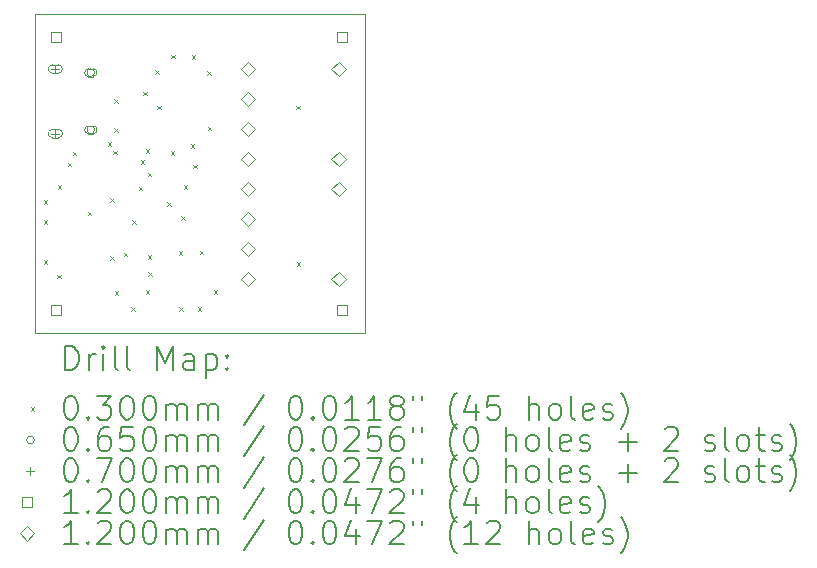
<source format=gbr>
%TF.GenerationSoftware,KiCad,Pcbnew,8.0.5*%
%TF.CreationDate,2025-10-24T23:36:15+02:00*%
%TF.ProjectId,U2O,55324f2e-6b69-4636-9164-5f7063625858,rev?*%
%TF.SameCoordinates,Original*%
%TF.FileFunction,Drillmap*%
%TF.FilePolarity,Positive*%
%FSLAX45Y45*%
G04 Gerber Fmt 4.5, Leading zero omitted, Abs format (unit mm)*
G04 Created by KiCad (PCBNEW 8.0.5) date 2025-10-24 23:36:15*
%MOMM*%
%LPD*%
G01*
G04 APERTURE LIST*
%ADD10C,0.050000*%
%ADD11C,0.200000*%
%ADD12C,0.100000*%
%ADD13C,0.120000*%
G04 APERTURE END LIST*
D10*
X1825000Y-1634000D02*
X4625000Y-1634000D01*
X4625000Y-4334000D01*
X1825000Y-4334000D01*
X1825000Y-1634000D01*
D11*
D12*
X1901000Y-3378000D02*
X1931000Y-3408000D01*
X1931000Y-3378000D02*
X1901000Y-3408000D01*
X1901000Y-3717000D02*
X1931000Y-3747000D01*
X1931000Y-3717000D02*
X1901000Y-3747000D01*
X1902000Y-3213000D02*
X1932000Y-3243000D01*
X1932000Y-3213000D02*
X1902000Y-3243000D01*
X2016000Y-3840000D02*
X2046000Y-3870000D01*
X2046000Y-3840000D02*
X2016000Y-3870000D01*
X2022000Y-3083000D02*
X2052000Y-3113000D01*
X2052000Y-3083000D02*
X2022000Y-3113000D01*
X2106000Y-2895000D02*
X2136000Y-2925000D01*
X2136000Y-2895000D02*
X2106000Y-2925000D01*
X2149000Y-2800000D02*
X2179000Y-2830000D01*
X2179000Y-2800000D02*
X2149000Y-2830000D01*
X2272999Y-3307999D02*
X2302999Y-3337999D01*
X2302999Y-3307999D02*
X2272999Y-3337999D01*
X2445000Y-2721000D02*
X2475000Y-2751000D01*
X2475000Y-2721000D02*
X2445000Y-2751000D01*
X2464500Y-3194000D02*
X2494500Y-3224000D01*
X2494500Y-3194000D02*
X2464500Y-3224000D01*
X2464500Y-3686500D02*
X2494500Y-3716500D01*
X2494500Y-3686500D02*
X2464500Y-3716500D01*
X2492000Y-2790000D02*
X2522000Y-2820000D01*
X2522000Y-2790000D02*
X2492000Y-2820000D01*
X2501000Y-2357000D02*
X2531000Y-2387000D01*
X2531000Y-2357000D02*
X2501000Y-2387000D01*
X2501000Y-2602000D02*
X2531000Y-2632000D01*
X2531000Y-2602000D02*
X2501000Y-2632000D01*
X2502000Y-3981000D02*
X2532000Y-4011000D01*
X2532000Y-3981000D02*
X2502000Y-4011000D01*
X2578000Y-3654000D02*
X2608000Y-3684000D01*
X2608000Y-3654000D02*
X2578000Y-3684000D01*
X2643000Y-4115000D02*
X2673000Y-4145000D01*
X2673000Y-4115000D02*
X2643000Y-4145000D01*
X2652500Y-3382000D02*
X2682500Y-3412000D01*
X2682500Y-3382000D02*
X2652500Y-3412000D01*
X2708000Y-3096000D02*
X2738000Y-3126000D01*
X2738000Y-3096000D02*
X2708000Y-3126000D01*
X2722000Y-2874000D02*
X2752000Y-2904000D01*
X2752000Y-2874000D02*
X2722000Y-2904000D01*
X2745000Y-2292000D02*
X2775000Y-2322000D01*
X2775000Y-2292000D02*
X2745000Y-2322000D01*
X2764000Y-3975000D02*
X2794000Y-4005000D01*
X2794000Y-3975000D02*
X2764000Y-4005000D01*
X2767500Y-2779000D02*
X2797500Y-2809000D01*
X2797500Y-2779000D02*
X2767500Y-2809000D01*
X2783000Y-3675000D02*
X2813000Y-3705000D01*
X2813000Y-3675000D02*
X2783000Y-3705000D01*
X2784000Y-2977000D02*
X2814000Y-3007000D01*
X2814000Y-2977000D02*
X2784000Y-3007000D01*
X2788500Y-3819500D02*
X2818500Y-3849500D01*
X2818500Y-3819500D02*
X2788500Y-3849500D01*
X2848000Y-2110000D02*
X2878000Y-2140000D01*
X2878000Y-2110000D02*
X2848000Y-2140000D01*
X2861000Y-2411000D02*
X2891000Y-2441000D01*
X2891000Y-2411000D02*
X2861000Y-2441000D01*
X2946000Y-3226000D02*
X2976000Y-3256000D01*
X2976000Y-3226000D02*
X2946000Y-3256000D01*
X2978500Y-2796000D02*
X3008500Y-2826000D01*
X3008500Y-2796000D02*
X2978500Y-2826000D01*
X2983000Y-1978000D02*
X3013000Y-2008000D01*
X3013000Y-1978000D02*
X2983000Y-2008000D01*
X3044000Y-3645000D02*
X3074000Y-3675000D01*
X3074000Y-3645000D02*
X3044000Y-3675000D01*
X3049000Y-4117000D02*
X3079000Y-4147000D01*
X3079000Y-4117000D02*
X3049000Y-4147000D01*
X3067000Y-3345000D02*
X3097000Y-3375000D01*
X3097000Y-3345000D02*
X3067000Y-3375000D01*
X3087000Y-3083000D02*
X3117000Y-3113000D01*
X3117000Y-3083000D02*
X3087000Y-3113000D01*
X3147000Y-2735000D02*
X3177000Y-2765000D01*
X3177000Y-2735000D02*
X3147000Y-2765000D01*
X3155000Y-1981000D02*
X3185000Y-2011000D01*
X3185000Y-1981000D02*
X3155000Y-2011000D01*
X3169000Y-2911000D02*
X3199000Y-2941000D01*
X3199000Y-2911000D02*
X3169000Y-2941000D01*
X3207000Y-4116000D02*
X3237000Y-4146000D01*
X3237000Y-4116000D02*
X3207000Y-4146000D01*
X3221000Y-3639000D02*
X3251000Y-3669000D01*
X3251000Y-3639000D02*
X3221000Y-3669000D01*
X3286000Y-2118000D02*
X3316000Y-2148000D01*
X3316000Y-2118000D02*
X3286000Y-2148000D01*
X3290000Y-2589000D02*
X3320000Y-2619000D01*
X3320000Y-2589000D02*
X3290000Y-2619000D01*
X3341000Y-3974000D02*
X3371000Y-4004000D01*
X3371000Y-3974000D02*
X3341000Y-4004000D01*
X4040000Y-2411000D02*
X4070000Y-2441000D01*
X4070000Y-2411000D02*
X4040000Y-2441000D01*
X4044000Y-3736000D02*
X4074000Y-3766000D01*
X4074000Y-3736000D02*
X4044000Y-3766000D01*
X2333000Y-2615000D02*
G75*
G02*
X2268000Y-2615000I-32500J0D01*
G01*
X2268000Y-2615000D02*
G75*
G02*
X2333000Y-2615000I32500J0D01*
G01*
X2280500Y-2647500D02*
X2320500Y-2647500D01*
X2320500Y-2582500D02*
G75*
G02*
X2320500Y-2647500I0J-32500D01*
G01*
X2320500Y-2582500D02*
X2280500Y-2582500D01*
X2280500Y-2582500D02*
G75*
G03*
X2280500Y-2647500I0J-32500D01*
G01*
X2333000Y-2131000D02*
G75*
G02*
X2268000Y-2131000I-32500J0D01*
G01*
X2268000Y-2131000D02*
G75*
G02*
X2333000Y-2131000I32500J0D01*
G01*
X2280500Y-2163500D02*
X2320500Y-2163500D01*
X2320500Y-2098500D02*
G75*
G02*
X2320500Y-2163500I0J-32500D01*
G01*
X2320500Y-2098500D02*
X2280500Y-2098500D01*
X2280500Y-2098500D02*
G75*
G03*
X2280500Y-2163500I0J-32500D01*
G01*
X2000500Y-2611000D02*
X2000500Y-2681000D01*
X1965500Y-2646000D02*
X2035500Y-2646000D01*
X1975500Y-2681000D02*
X2025500Y-2681000D01*
X2025500Y-2611000D02*
G75*
G02*
X2025500Y-2681000I0J-35000D01*
G01*
X2025500Y-2611000D02*
X1975500Y-2611000D01*
X1975500Y-2611000D02*
G75*
G03*
X1975500Y-2681000I0J-35000D01*
G01*
X2000500Y-2065000D02*
X2000500Y-2135000D01*
X1965500Y-2100000D02*
X2035500Y-2100000D01*
X1975500Y-2135000D02*
X2025500Y-2135000D01*
X2025500Y-2065000D02*
G75*
G02*
X2025500Y-2135000I0J-35000D01*
G01*
X2025500Y-2065000D02*
X1975500Y-2065000D01*
X1975500Y-2065000D02*
G75*
G03*
X1975500Y-2135000I0J-35000D01*
G01*
D13*
X2048427Y-1875427D02*
X2048427Y-1790573D01*
X1963573Y-1790573D01*
X1963573Y-1875427D01*
X2048427Y-1875427D01*
X2048427Y-4181427D02*
X2048427Y-4096573D01*
X1963573Y-4096573D01*
X1963573Y-4181427D01*
X2048427Y-4181427D01*
X4468427Y-1875427D02*
X4468427Y-1790573D01*
X4383573Y-1790573D01*
X4383573Y-1875427D01*
X4468427Y-1875427D01*
X4468427Y-4181427D02*
X4468427Y-4096573D01*
X4383573Y-4096573D01*
X4383573Y-4181427D01*
X4468427Y-4181427D01*
X3628000Y-2159000D02*
X3688000Y-2099000D01*
X3628000Y-2039000D01*
X3568000Y-2099000D01*
X3628000Y-2159000D01*
X3628000Y-2413000D02*
X3688000Y-2353000D01*
X3628000Y-2293000D01*
X3568000Y-2353000D01*
X3628000Y-2413000D01*
X3628000Y-2667000D02*
X3688000Y-2607000D01*
X3628000Y-2547000D01*
X3568000Y-2607000D01*
X3628000Y-2667000D01*
X3628000Y-2921000D02*
X3688000Y-2861000D01*
X3628000Y-2801000D01*
X3568000Y-2861000D01*
X3628000Y-2921000D01*
X3628000Y-3178000D02*
X3688000Y-3118000D01*
X3628000Y-3058000D01*
X3568000Y-3118000D01*
X3628000Y-3178000D01*
X3628000Y-3432000D02*
X3688000Y-3372000D01*
X3628000Y-3312000D01*
X3568000Y-3372000D01*
X3628000Y-3432000D01*
X3628000Y-3686000D02*
X3688000Y-3626000D01*
X3628000Y-3566000D01*
X3568000Y-3626000D01*
X3628000Y-3686000D01*
X3628000Y-3940000D02*
X3688000Y-3880000D01*
X3628000Y-3820000D01*
X3568000Y-3880000D01*
X3628000Y-3940000D01*
X4398000Y-2159000D02*
X4458000Y-2099000D01*
X4398000Y-2039000D01*
X4338000Y-2099000D01*
X4398000Y-2159000D01*
X4398000Y-2921000D02*
X4458000Y-2861000D01*
X4398000Y-2801000D01*
X4338000Y-2861000D01*
X4398000Y-2921000D01*
X4398000Y-3178000D02*
X4458000Y-3118000D01*
X4398000Y-3058000D01*
X4338000Y-3118000D01*
X4398000Y-3178000D01*
X4398000Y-3940000D02*
X4458000Y-3880000D01*
X4398000Y-3820000D01*
X4338000Y-3880000D01*
X4398000Y-3940000D01*
D11*
X2083277Y-4647984D02*
X2083277Y-4447984D01*
X2083277Y-4447984D02*
X2130896Y-4447984D01*
X2130896Y-4447984D02*
X2159467Y-4457508D01*
X2159467Y-4457508D02*
X2178515Y-4476555D01*
X2178515Y-4476555D02*
X2188039Y-4495603D01*
X2188039Y-4495603D02*
X2197563Y-4533698D01*
X2197563Y-4533698D02*
X2197563Y-4562270D01*
X2197563Y-4562270D02*
X2188039Y-4600365D01*
X2188039Y-4600365D02*
X2178515Y-4619412D01*
X2178515Y-4619412D02*
X2159467Y-4638460D01*
X2159467Y-4638460D02*
X2130896Y-4647984D01*
X2130896Y-4647984D02*
X2083277Y-4647984D01*
X2283277Y-4647984D02*
X2283277Y-4514650D01*
X2283277Y-4552746D02*
X2292801Y-4533698D01*
X2292801Y-4533698D02*
X2302324Y-4524174D01*
X2302324Y-4524174D02*
X2321372Y-4514650D01*
X2321372Y-4514650D02*
X2340420Y-4514650D01*
X2407086Y-4647984D02*
X2407086Y-4514650D01*
X2407086Y-4447984D02*
X2397563Y-4457508D01*
X2397563Y-4457508D02*
X2407086Y-4467031D01*
X2407086Y-4467031D02*
X2416610Y-4457508D01*
X2416610Y-4457508D02*
X2407086Y-4447984D01*
X2407086Y-4447984D02*
X2407086Y-4467031D01*
X2530896Y-4647984D02*
X2511848Y-4638460D01*
X2511848Y-4638460D02*
X2502324Y-4619412D01*
X2502324Y-4619412D02*
X2502324Y-4447984D01*
X2635658Y-4647984D02*
X2616610Y-4638460D01*
X2616610Y-4638460D02*
X2607086Y-4619412D01*
X2607086Y-4619412D02*
X2607086Y-4447984D01*
X2864229Y-4647984D02*
X2864229Y-4447984D01*
X2864229Y-4447984D02*
X2930896Y-4590841D01*
X2930896Y-4590841D02*
X2997562Y-4447984D01*
X2997562Y-4447984D02*
X2997562Y-4647984D01*
X3178515Y-4647984D02*
X3178515Y-4543222D01*
X3178515Y-4543222D02*
X3168991Y-4524174D01*
X3168991Y-4524174D02*
X3149943Y-4514650D01*
X3149943Y-4514650D02*
X3111848Y-4514650D01*
X3111848Y-4514650D02*
X3092801Y-4524174D01*
X3178515Y-4638460D02*
X3159467Y-4647984D01*
X3159467Y-4647984D02*
X3111848Y-4647984D01*
X3111848Y-4647984D02*
X3092801Y-4638460D01*
X3092801Y-4638460D02*
X3083277Y-4619412D01*
X3083277Y-4619412D02*
X3083277Y-4600365D01*
X3083277Y-4600365D02*
X3092801Y-4581317D01*
X3092801Y-4581317D02*
X3111848Y-4571793D01*
X3111848Y-4571793D02*
X3159467Y-4571793D01*
X3159467Y-4571793D02*
X3178515Y-4562270D01*
X3273753Y-4514650D02*
X3273753Y-4714650D01*
X3273753Y-4524174D02*
X3292801Y-4514650D01*
X3292801Y-4514650D02*
X3330896Y-4514650D01*
X3330896Y-4514650D02*
X3349943Y-4524174D01*
X3349943Y-4524174D02*
X3359467Y-4533698D01*
X3359467Y-4533698D02*
X3368991Y-4552746D01*
X3368991Y-4552746D02*
X3368991Y-4609889D01*
X3368991Y-4609889D02*
X3359467Y-4628936D01*
X3359467Y-4628936D02*
X3349943Y-4638460D01*
X3349943Y-4638460D02*
X3330896Y-4647984D01*
X3330896Y-4647984D02*
X3292801Y-4647984D01*
X3292801Y-4647984D02*
X3273753Y-4638460D01*
X3454705Y-4628936D02*
X3464229Y-4638460D01*
X3464229Y-4638460D02*
X3454705Y-4647984D01*
X3454705Y-4647984D02*
X3445182Y-4638460D01*
X3445182Y-4638460D02*
X3454705Y-4628936D01*
X3454705Y-4628936D02*
X3454705Y-4647984D01*
X3454705Y-4524174D02*
X3464229Y-4533698D01*
X3464229Y-4533698D02*
X3454705Y-4543222D01*
X3454705Y-4543222D02*
X3445182Y-4533698D01*
X3445182Y-4533698D02*
X3454705Y-4524174D01*
X3454705Y-4524174D02*
X3454705Y-4543222D01*
D12*
X1792500Y-4961500D02*
X1822500Y-4991500D01*
X1822500Y-4961500D02*
X1792500Y-4991500D01*
D11*
X2121372Y-4867984D02*
X2140420Y-4867984D01*
X2140420Y-4867984D02*
X2159467Y-4877508D01*
X2159467Y-4877508D02*
X2168991Y-4887031D01*
X2168991Y-4887031D02*
X2178515Y-4906079D01*
X2178515Y-4906079D02*
X2188039Y-4944174D01*
X2188039Y-4944174D02*
X2188039Y-4991793D01*
X2188039Y-4991793D02*
X2178515Y-5029889D01*
X2178515Y-5029889D02*
X2168991Y-5048936D01*
X2168991Y-5048936D02*
X2159467Y-5058460D01*
X2159467Y-5058460D02*
X2140420Y-5067984D01*
X2140420Y-5067984D02*
X2121372Y-5067984D01*
X2121372Y-5067984D02*
X2102324Y-5058460D01*
X2102324Y-5058460D02*
X2092801Y-5048936D01*
X2092801Y-5048936D02*
X2083277Y-5029889D01*
X2083277Y-5029889D02*
X2073753Y-4991793D01*
X2073753Y-4991793D02*
X2073753Y-4944174D01*
X2073753Y-4944174D02*
X2083277Y-4906079D01*
X2083277Y-4906079D02*
X2092801Y-4887031D01*
X2092801Y-4887031D02*
X2102324Y-4877508D01*
X2102324Y-4877508D02*
X2121372Y-4867984D01*
X2273753Y-5048936D02*
X2283277Y-5058460D01*
X2283277Y-5058460D02*
X2273753Y-5067984D01*
X2273753Y-5067984D02*
X2264229Y-5058460D01*
X2264229Y-5058460D02*
X2273753Y-5048936D01*
X2273753Y-5048936D02*
X2273753Y-5067984D01*
X2349944Y-4867984D02*
X2473753Y-4867984D01*
X2473753Y-4867984D02*
X2407086Y-4944174D01*
X2407086Y-4944174D02*
X2435658Y-4944174D01*
X2435658Y-4944174D02*
X2454705Y-4953698D01*
X2454705Y-4953698D02*
X2464229Y-4963222D01*
X2464229Y-4963222D02*
X2473753Y-4982270D01*
X2473753Y-4982270D02*
X2473753Y-5029889D01*
X2473753Y-5029889D02*
X2464229Y-5048936D01*
X2464229Y-5048936D02*
X2454705Y-5058460D01*
X2454705Y-5058460D02*
X2435658Y-5067984D01*
X2435658Y-5067984D02*
X2378515Y-5067984D01*
X2378515Y-5067984D02*
X2359467Y-5058460D01*
X2359467Y-5058460D02*
X2349944Y-5048936D01*
X2597563Y-4867984D02*
X2616610Y-4867984D01*
X2616610Y-4867984D02*
X2635658Y-4877508D01*
X2635658Y-4877508D02*
X2645182Y-4887031D01*
X2645182Y-4887031D02*
X2654705Y-4906079D01*
X2654705Y-4906079D02*
X2664229Y-4944174D01*
X2664229Y-4944174D02*
X2664229Y-4991793D01*
X2664229Y-4991793D02*
X2654705Y-5029889D01*
X2654705Y-5029889D02*
X2645182Y-5048936D01*
X2645182Y-5048936D02*
X2635658Y-5058460D01*
X2635658Y-5058460D02*
X2616610Y-5067984D01*
X2616610Y-5067984D02*
X2597563Y-5067984D01*
X2597563Y-5067984D02*
X2578515Y-5058460D01*
X2578515Y-5058460D02*
X2568991Y-5048936D01*
X2568991Y-5048936D02*
X2559467Y-5029889D01*
X2559467Y-5029889D02*
X2549944Y-4991793D01*
X2549944Y-4991793D02*
X2549944Y-4944174D01*
X2549944Y-4944174D02*
X2559467Y-4906079D01*
X2559467Y-4906079D02*
X2568991Y-4887031D01*
X2568991Y-4887031D02*
X2578515Y-4877508D01*
X2578515Y-4877508D02*
X2597563Y-4867984D01*
X2788039Y-4867984D02*
X2807086Y-4867984D01*
X2807086Y-4867984D02*
X2826134Y-4877508D01*
X2826134Y-4877508D02*
X2835658Y-4887031D01*
X2835658Y-4887031D02*
X2845182Y-4906079D01*
X2845182Y-4906079D02*
X2854705Y-4944174D01*
X2854705Y-4944174D02*
X2854705Y-4991793D01*
X2854705Y-4991793D02*
X2845182Y-5029889D01*
X2845182Y-5029889D02*
X2835658Y-5048936D01*
X2835658Y-5048936D02*
X2826134Y-5058460D01*
X2826134Y-5058460D02*
X2807086Y-5067984D01*
X2807086Y-5067984D02*
X2788039Y-5067984D01*
X2788039Y-5067984D02*
X2768991Y-5058460D01*
X2768991Y-5058460D02*
X2759467Y-5048936D01*
X2759467Y-5048936D02*
X2749944Y-5029889D01*
X2749944Y-5029889D02*
X2740420Y-4991793D01*
X2740420Y-4991793D02*
X2740420Y-4944174D01*
X2740420Y-4944174D02*
X2749944Y-4906079D01*
X2749944Y-4906079D02*
X2759467Y-4887031D01*
X2759467Y-4887031D02*
X2768991Y-4877508D01*
X2768991Y-4877508D02*
X2788039Y-4867984D01*
X2940420Y-5067984D02*
X2940420Y-4934650D01*
X2940420Y-4953698D02*
X2949943Y-4944174D01*
X2949943Y-4944174D02*
X2968991Y-4934650D01*
X2968991Y-4934650D02*
X2997563Y-4934650D01*
X2997563Y-4934650D02*
X3016610Y-4944174D01*
X3016610Y-4944174D02*
X3026134Y-4963222D01*
X3026134Y-4963222D02*
X3026134Y-5067984D01*
X3026134Y-4963222D02*
X3035658Y-4944174D01*
X3035658Y-4944174D02*
X3054705Y-4934650D01*
X3054705Y-4934650D02*
X3083277Y-4934650D01*
X3083277Y-4934650D02*
X3102324Y-4944174D01*
X3102324Y-4944174D02*
X3111848Y-4963222D01*
X3111848Y-4963222D02*
X3111848Y-5067984D01*
X3207086Y-5067984D02*
X3207086Y-4934650D01*
X3207086Y-4953698D02*
X3216610Y-4944174D01*
X3216610Y-4944174D02*
X3235658Y-4934650D01*
X3235658Y-4934650D02*
X3264229Y-4934650D01*
X3264229Y-4934650D02*
X3283277Y-4944174D01*
X3283277Y-4944174D02*
X3292801Y-4963222D01*
X3292801Y-4963222D02*
X3292801Y-5067984D01*
X3292801Y-4963222D02*
X3302324Y-4944174D01*
X3302324Y-4944174D02*
X3321372Y-4934650D01*
X3321372Y-4934650D02*
X3349943Y-4934650D01*
X3349943Y-4934650D02*
X3368991Y-4944174D01*
X3368991Y-4944174D02*
X3378515Y-4963222D01*
X3378515Y-4963222D02*
X3378515Y-5067984D01*
X3768991Y-4858460D02*
X3597563Y-5115603D01*
X4026134Y-4867984D02*
X4045182Y-4867984D01*
X4045182Y-4867984D02*
X4064229Y-4877508D01*
X4064229Y-4877508D02*
X4073753Y-4887031D01*
X4073753Y-4887031D02*
X4083277Y-4906079D01*
X4083277Y-4906079D02*
X4092801Y-4944174D01*
X4092801Y-4944174D02*
X4092801Y-4991793D01*
X4092801Y-4991793D02*
X4083277Y-5029889D01*
X4083277Y-5029889D02*
X4073753Y-5048936D01*
X4073753Y-5048936D02*
X4064229Y-5058460D01*
X4064229Y-5058460D02*
X4045182Y-5067984D01*
X4045182Y-5067984D02*
X4026134Y-5067984D01*
X4026134Y-5067984D02*
X4007086Y-5058460D01*
X4007086Y-5058460D02*
X3997563Y-5048936D01*
X3997563Y-5048936D02*
X3988039Y-5029889D01*
X3988039Y-5029889D02*
X3978515Y-4991793D01*
X3978515Y-4991793D02*
X3978515Y-4944174D01*
X3978515Y-4944174D02*
X3988039Y-4906079D01*
X3988039Y-4906079D02*
X3997563Y-4887031D01*
X3997563Y-4887031D02*
X4007086Y-4877508D01*
X4007086Y-4877508D02*
X4026134Y-4867984D01*
X4178515Y-5048936D02*
X4188039Y-5058460D01*
X4188039Y-5058460D02*
X4178515Y-5067984D01*
X4178515Y-5067984D02*
X4168991Y-5058460D01*
X4168991Y-5058460D02*
X4178515Y-5048936D01*
X4178515Y-5048936D02*
X4178515Y-5067984D01*
X4311848Y-4867984D02*
X4330896Y-4867984D01*
X4330896Y-4867984D02*
X4349944Y-4877508D01*
X4349944Y-4877508D02*
X4359468Y-4887031D01*
X4359468Y-4887031D02*
X4368991Y-4906079D01*
X4368991Y-4906079D02*
X4378515Y-4944174D01*
X4378515Y-4944174D02*
X4378515Y-4991793D01*
X4378515Y-4991793D02*
X4368991Y-5029889D01*
X4368991Y-5029889D02*
X4359468Y-5048936D01*
X4359468Y-5048936D02*
X4349944Y-5058460D01*
X4349944Y-5058460D02*
X4330896Y-5067984D01*
X4330896Y-5067984D02*
X4311848Y-5067984D01*
X4311848Y-5067984D02*
X4292801Y-5058460D01*
X4292801Y-5058460D02*
X4283277Y-5048936D01*
X4283277Y-5048936D02*
X4273753Y-5029889D01*
X4273753Y-5029889D02*
X4264229Y-4991793D01*
X4264229Y-4991793D02*
X4264229Y-4944174D01*
X4264229Y-4944174D02*
X4273753Y-4906079D01*
X4273753Y-4906079D02*
X4283277Y-4887031D01*
X4283277Y-4887031D02*
X4292801Y-4877508D01*
X4292801Y-4877508D02*
X4311848Y-4867984D01*
X4568991Y-5067984D02*
X4454706Y-5067984D01*
X4511848Y-5067984D02*
X4511848Y-4867984D01*
X4511848Y-4867984D02*
X4492801Y-4896555D01*
X4492801Y-4896555D02*
X4473753Y-4915603D01*
X4473753Y-4915603D02*
X4454706Y-4925127D01*
X4759468Y-5067984D02*
X4645182Y-5067984D01*
X4702325Y-5067984D02*
X4702325Y-4867984D01*
X4702325Y-4867984D02*
X4683277Y-4896555D01*
X4683277Y-4896555D02*
X4664229Y-4915603D01*
X4664229Y-4915603D02*
X4645182Y-4925127D01*
X4873753Y-4953698D02*
X4854706Y-4944174D01*
X4854706Y-4944174D02*
X4845182Y-4934650D01*
X4845182Y-4934650D02*
X4835658Y-4915603D01*
X4835658Y-4915603D02*
X4835658Y-4906079D01*
X4835658Y-4906079D02*
X4845182Y-4887031D01*
X4845182Y-4887031D02*
X4854706Y-4877508D01*
X4854706Y-4877508D02*
X4873753Y-4867984D01*
X4873753Y-4867984D02*
X4911849Y-4867984D01*
X4911849Y-4867984D02*
X4930896Y-4877508D01*
X4930896Y-4877508D02*
X4940420Y-4887031D01*
X4940420Y-4887031D02*
X4949944Y-4906079D01*
X4949944Y-4906079D02*
X4949944Y-4915603D01*
X4949944Y-4915603D02*
X4940420Y-4934650D01*
X4940420Y-4934650D02*
X4930896Y-4944174D01*
X4930896Y-4944174D02*
X4911849Y-4953698D01*
X4911849Y-4953698D02*
X4873753Y-4953698D01*
X4873753Y-4953698D02*
X4854706Y-4963222D01*
X4854706Y-4963222D02*
X4845182Y-4972746D01*
X4845182Y-4972746D02*
X4835658Y-4991793D01*
X4835658Y-4991793D02*
X4835658Y-5029889D01*
X4835658Y-5029889D02*
X4845182Y-5048936D01*
X4845182Y-5048936D02*
X4854706Y-5058460D01*
X4854706Y-5058460D02*
X4873753Y-5067984D01*
X4873753Y-5067984D02*
X4911849Y-5067984D01*
X4911849Y-5067984D02*
X4930896Y-5058460D01*
X4930896Y-5058460D02*
X4940420Y-5048936D01*
X4940420Y-5048936D02*
X4949944Y-5029889D01*
X4949944Y-5029889D02*
X4949944Y-4991793D01*
X4949944Y-4991793D02*
X4940420Y-4972746D01*
X4940420Y-4972746D02*
X4930896Y-4963222D01*
X4930896Y-4963222D02*
X4911849Y-4953698D01*
X5026134Y-4867984D02*
X5026134Y-4906079D01*
X5102325Y-4867984D02*
X5102325Y-4906079D01*
X5397563Y-5144174D02*
X5388039Y-5134650D01*
X5388039Y-5134650D02*
X5368991Y-5106079D01*
X5368991Y-5106079D02*
X5359468Y-5087031D01*
X5359468Y-5087031D02*
X5349944Y-5058460D01*
X5349944Y-5058460D02*
X5340420Y-5010841D01*
X5340420Y-5010841D02*
X5340420Y-4972746D01*
X5340420Y-4972746D02*
X5349944Y-4925127D01*
X5349944Y-4925127D02*
X5359468Y-4896555D01*
X5359468Y-4896555D02*
X5368991Y-4877508D01*
X5368991Y-4877508D02*
X5388039Y-4848936D01*
X5388039Y-4848936D02*
X5397563Y-4839412D01*
X5559468Y-4934650D02*
X5559468Y-5067984D01*
X5511849Y-4858460D02*
X5464230Y-5001317D01*
X5464230Y-5001317D02*
X5588039Y-5001317D01*
X5759468Y-4867984D02*
X5664229Y-4867984D01*
X5664229Y-4867984D02*
X5654706Y-4963222D01*
X5654706Y-4963222D02*
X5664229Y-4953698D01*
X5664229Y-4953698D02*
X5683277Y-4944174D01*
X5683277Y-4944174D02*
X5730896Y-4944174D01*
X5730896Y-4944174D02*
X5749944Y-4953698D01*
X5749944Y-4953698D02*
X5759468Y-4963222D01*
X5759468Y-4963222D02*
X5768991Y-4982270D01*
X5768991Y-4982270D02*
X5768991Y-5029889D01*
X5768991Y-5029889D02*
X5759468Y-5048936D01*
X5759468Y-5048936D02*
X5749944Y-5058460D01*
X5749944Y-5058460D02*
X5730896Y-5067984D01*
X5730896Y-5067984D02*
X5683277Y-5067984D01*
X5683277Y-5067984D02*
X5664229Y-5058460D01*
X5664229Y-5058460D02*
X5654706Y-5048936D01*
X6007087Y-5067984D02*
X6007087Y-4867984D01*
X6092801Y-5067984D02*
X6092801Y-4963222D01*
X6092801Y-4963222D02*
X6083277Y-4944174D01*
X6083277Y-4944174D02*
X6064230Y-4934650D01*
X6064230Y-4934650D02*
X6035658Y-4934650D01*
X6035658Y-4934650D02*
X6016610Y-4944174D01*
X6016610Y-4944174D02*
X6007087Y-4953698D01*
X6216610Y-5067984D02*
X6197563Y-5058460D01*
X6197563Y-5058460D02*
X6188039Y-5048936D01*
X6188039Y-5048936D02*
X6178515Y-5029889D01*
X6178515Y-5029889D02*
X6178515Y-4972746D01*
X6178515Y-4972746D02*
X6188039Y-4953698D01*
X6188039Y-4953698D02*
X6197563Y-4944174D01*
X6197563Y-4944174D02*
X6216610Y-4934650D01*
X6216610Y-4934650D02*
X6245182Y-4934650D01*
X6245182Y-4934650D02*
X6264230Y-4944174D01*
X6264230Y-4944174D02*
X6273753Y-4953698D01*
X6273753Y-4953698D02*
X6283277Y-4972746D01*
X6283277Y-4972746D02*
X6283277Y-5029889D01*
X6283277Y-5029889D02*
X6273753Y-5048936D01*
X6273753Y-5048936D02*
X6264230Y-5058460D01*
X6264230Y-5058460D02*
X6245182Y-5067984D01*
X6245182Y-5067984D02*
X6216610Y-5067984D01*
X6397563Y-5067984D02*
X6378515Y-5058460D01*
X6378515Y-5058460D02*
X6368991Y-5039412D01*
X6368991Y-5039412D02*
X6368991Y-4867984D01*
X6549944Y-5058460D02*
X6530896Y-5067984D01*
X6530896Y-5067984D02*
X6492801Y-5067984D01*
X6492801Y-5067984D02*
X6473753Y-5058460D01*
X6473753Y-5058460D02*
X6464230Y-5039412D01*
X6464230Y-5039412D02*
X6464230Y-4963222D01*
X6464230Y-4963222D02*
X6473753Y-4944174D01*
X6473753Y-4944174D02*
X6492801Y-4934650D01*
X6492801Y-4934650D02*
X6530896Y-4934650D01*
X6530896Y-4934650D02*
X6549944Y-4944174D01*
X6549944Y-4944174D02*
X6559468Y-4963222D01*
X6559468Y-4963222D02*
X6559468Y-4982270D01*
X6559468Y-4982270D02*
X6464230Y-5001317D01*
X6635658Y-5058460D02*
X6654706Y-5067984D01*
X6654706Y-5067984D02*
X6692801Y-5067984D01*
X6692801Y-5067984D02*
X6711849Y-5058460D01*
X6711849Y-5058460D02*
X6721372Y-5039412D01*
X6721372Y-5039412D02*
X6721372Y-5029889D01*
X6721372Y-5029889D02*
X6711849Y-5010841D01*
X6711849Y-5010841D02*
X6692801Y-5001317D01*
X6692801Y-5001317D02*
X6664230Y-5001317D01*
X6664230Y-5001317D02*
X6645182Y-4991793D01*
X6645182Y-4991793D02*
X6635658Y-4972746D01*
X6635658Y-4972746D02*
X6635658Y-4963222D01*
X6635658Y-4963222D02*
X6645182Y-4944174D01*
X6645182Y-4944174D02*
X6664230Y-4934650D01*
X6664230Y-4934650D02*
X6692801Y-4934650D01*
X6692801Y-4934650D02*
X6711849Y-4944174D01*
X6788039Y-5144174D02*
X6797563Y-5134650D01*
X6797563Y-5134650D02*
X6816611Y-5106079D01*
X6816611Y-5106079D02*
X6826134Y-5087031D01*
X6826134Y-5087031D02*
X6835658Y-5058460D01*
X6835658Y-5058460D02*
X6845182Y-5010841D01*
X6845182Y-5010841D02*
X6845182Y-4972746D01*
X6845182Y-4972746D02*
X6835658Y-4925127D01*
X6835658Y-4925127D02*
X6826134Y-4896555D01*
X6826134Y-4896555D02*
X6816611Y-4877508D01*
X6816611Y-4877508D02*
X6797563Y-4848936D01*
X6797563Y-4848936D02*
X6788039Y-4839412D01*
D12*
X1822500Y-5240500D02*
G75*
G02*
X1757500Y-5240500I-32500J0D01*
G01*
X1757500Y-5240500D02*
G75*
G02*
X1822500Y-5240500I32500J0D01*
G01*
D11*
X2121372Y-5131984D02*
X2140420Y-5131984D01*
X2140420Y-5131984D02*
X2159467Y-5141508D01*
X2159467Y-5141508D02*
X2168991Y-5151031D01*
X2168991Y-5151031D02*
X2178515Y-5170079D01*
X2178515Y-5170079D02*
X2188039Y-5208174D01*
X2188039Y-5208174D02*
X2188039Y-5255793D01*
X2188039Y-5255793D02*
X2178515Y-5293889D01*
X2178515Y-5293889D02*
X2168991Y-5312936D01*
X2168991Y-5312936D02*
X2159467Y-5322460D01*
X2159467Y-5322460D02*
X2140420Y-5331984D01*
X2140420Y-5331984D02*
X2121372Y-5331984D01*
X2121372Y-5331984D02*
X2102324Y-5322460D01*
X2102324Y-5322460D02*
X2092801Y-5312936D01*
X2092801Y-5312936D02*
X2083277Y-5293889D01*
X2083277Y-5293889D02*
X2073753Y-5255793D01*
X2073753Y-5255793D02*
X2073753Y-5208174D01*
X2073753Y-5208174D02*
X2083277Y-5170079D01*
X2083277Y-5170079D02*
X2092801Y-5151031D01*
X2092801Y-5151031D02*
X2102324Y-5141508D01*
X2102324Y-5141508D02*
X2121372Y-5131984D01*
X2273753Y-5312936D02*
X2283277Y-5322460D01*
X2283277Y-5322460D02*
X2273753Y-5331984D01*
X2273753Y-5331984D02*
X2264229Y-5322460D01*
X2264229Y-5322460D02*
X2273753Y-5312936D01*
X2273753Y-5312936D02*
X2273753Y-5331984D01*
X2454705Y-5131984D02*
X2416610Y-5131984D01*
X2416610Y-5131984D02*
X2397563Y-5141508D01*
X2397563Y-5141508D02*
X2388039Y-5151031D01*
X2388039Y-5151031D02*
X2368991Y-5179603D01*
X2368991Y-5179603D02*
X2359467Y-5217698D01*
X2359467Y-5217698D02*
X2359467Y-5293889D01*
X2359467Y-5293889D02*
X2368991Y-5312936D01*
X2368991Y-5312936D02*
X2378515Y-5322460D01*
X2378515Y-5322460D02*
X2397563Y-5331984D01*
X2397563Y-5331984D02*
X2435658Y-5331984D01*
X2435658Y-5331984D02*
X2454705Y-5322460D01*
X2454705Y-5322460D02*
X2464229Y-5312936D01*
X2464229Y-5312936D02*
X2473753Y-5293889D01*
X2473753Y-5293889D02*
X2473753Y-5246270D01*
X2473753Y-5246270D02*
X2464229Y-5227222D01*
X2464229Y-5227222D02*
X2454705Y-5217698D01*
X2454705Y-5217698D02*
X2435658Y-5208174D01*
X2435658Y-5208174D02*
X2397563Y-5208174D01*
X2397563Y-5208174D02*
X2378515Y-5217698D01*
X2378515Y-5217698D02*
X2368991Y-5227222D01*
X2368991Y-5227222D02*
X2359467Y-5246270D01*
X2654705Y-5131984D02*
X2559467Y-5131984D01*
X2559467Y-5131984D02*
X2549944Y-5227222D01*
X2549944Y-5227222D02*
X2559467Y-5217698D01*
X2559467Y-5217698D02*
X2578515Y-5208174D01*
X2578515Y-5208174D02*
X2626134Y-5208174D01*
X2626134Y-5208174D02*
X2645182Y-5217698D01*
X2645182Y-5217698D02*
X2654705Y-5227222D01*
X2654705Y-5227222D02*
X2664229Y-5246270D01*
X2664229Y-5246270D02*
X2664229Y-5293889D01*
X2664229Y-5293889D02*
X2654705Y-5312936D01*
X2654705Y-5312936D02*
X2645182Y-5322460D01*
X2645182Y-5322460D02*
X2626134Y-5331984D01*
X2626134Y-5331984D02*
X2578515Y-5331984D01*
X2578515Y-5331984D02*
X2559467Y-5322460D01*
X2559467Y-5322460D02*
X2549944Y-5312936D01*
X2788039Y-5131984D02*
X2807086Y-5131984D01*
X2807086Y-5131984D02*
X2826134Y-5141508D01*
X2826134Y-5141508D02*
X2835658Y-5151031D01*
X2835658Y-5151031D02*
X2845182Y-5170079D01*
X2845182Y-5170079D02*
X2854705Y-5208174D01*
X2854705Y-5208174D02*
X2854705Y-5255793D01*
X2854705Y-5255793D02*
X2845182Y-5293889D01*
X2845182Y-5293889D02*
X2835658Y-5312936D01*
X2835658Y-5312936D02*
X2826134Y-5322460D01*
X2826134Y-5322460D02*
X2807086Y-5331984D01*
X2807086Y-5331984D02*
X2788039Y-5331984D01*
X2788039Y-5331984D02*
X2768991Y-5322460D01*
X2768991Y-5322460D02*
X2759467Y-5312936D01*
X2759467Y-5312936D02*
X2749944Y-5293889D01*
X2749944Y-5293889D02*
X2740420Y-5255793D01*
X2740420Y-5255793D02*
X2740420Y-5208174D01*
X2740420Y-5208174D02*
X2749944Y-5170079D01*
X2749944Y-5170079D02*
X2759467Y-5151031D01*
X2759467Y-5151031D02*
X2768991Y-5141508D01*
X2768991Y-5141508D02*
X2788039Y-5131984D01*
X2940420Y-5331984D02*
X2940420Y-5198650D01*
X2940420Y-5217698D02*
X2949943Y-5208174D01*
X2949943Y-5208174D02*
X2968991Y-5198650D01*
X2968991Y-5198650D02*
X2997563Y-5198650D01*
X2997563Y-5198650D02*
X3016610Y-5208174D01*
X3016610Y-5208174D02*
X3026134Y-5227222D01*
X3026134Y-5227222D02*
X3026134Y-5331984D01*
X3026134Y-5227222D02*
X3035658Y-5208174D01*
X3035658Y-5208174D02*
X3054705Y-5198650D01*
X3054705Y-5198650D02*
X3083277Y-5198650D01*
X3083277Y-5198650D02*
X3102324Y-5208174D01*
X3102324Y-5208174D02*
X3111848Y-5227222D01*
X3111848Y-5227222D02*
X3111848Y-5331984D01*
X3207086Y-5331984D02*
X3207086Y-5198650D01*
X3207086Y-5217698D02*
X3216610Y-5208174D01*
X3216610Y-5208174D02*
X3235658Y-5198650D01*
X3235658Y-5198650D02*
X3264229Y-5198650D01*
X3264229Y-5198650D02*
X3283277Y-5208174D01*
X3283277Y-5208174D02*
X3292801Y-5227222D01*
X3292801Y-5227222D02*
X3292801Y-5331984D01*
X3292801Y-5227222D02*
X3302324Y-5208174D01*
X3302324Y-5208174D02*
X3321372Y-5198650D01*
X3321372Y-5198650D02*
X3349943Y-5198650D01*
X3349943Y-5198650D02*
X3368991Y-5208174D01*
X3368991Y-5208174D02*
X3378515Y-5227222D01*
X3378515Y-5227222D02*
X3378515Y-5331984D01*
X3768991Y-5122460D02*
X3597563Y-5379603D01*
X4026134Y-5131984D02*
X4045182Y-5131984D01*
X4045182Y-5131984D02*
X4064229Y-5141508D01*
X4064229Y-5141508D02*
X4073753Y-5151031D01*
X4073753Y-5151031D02*
X4083277Y-5170079D01*
X4083277Y-5170079D02*
X4092801Y-5208174D01*
X4092801Y-5208174D02*
X4092801Y-5255793D01*
X4092801Y-5255793D02*
X4083277Y-5293889D01*
X4083277Y-5293889D02*
X4073753Y-5312936D01*
X4073753Y-5312936D02*
X4064229Y-5322460D01*
X4064229Y-5322460D02*
X4045182Y-5331984D01*
X4045182Y-5331984D02*
X4026134Y-5331984D01*
X4026134Y-5331984D02*
X4007086Y-5322460D01*
X4007086Y-5322460D02*
X3997563Y-5312936D01*
X3997563Y-5312936D02*
X3988039Y-5293889D01*
X3988039Y-5293889D02*
X3978515Y-5255793D01*
X3978515Y-5255793D02*
X3978515Y-5208174D01*
X3978515Y-5208174D02*
X3988039Y-5170079D01*
X3988039Y-5170079D02*
X3997563Y-5151031D01*
X3997563Y-5151031D02*
X4007086Y-5141508D01*
X4007086Y-5141508D02*
X4026134Y-5131984D01*
X4178515Y-5312936D02*
X4188039Y-5322460D01*
X4188039Y-5322460D02*
X4178515Y-5331984D01*
X4178515Y-5331984D02*
X4168991Y-5322460D01*
X4168991Y-5322460D02*
X4178515Y-5312936D01*
X4178515Y-5312936D02*
X4178515Y-5331984D01*
X4311848Y-5131984D02*
X4330896Y-5131984D01*
X4330896Y-5131984D02*
X4349944Y-5141508D01*
X4349944Y-5141508D02*
X4359468Y-5151031D01*
X4359468Y-5151031D02*
X4368991Y-5170079D01*
X4368991Y-5170079D02*
X4378515Y-5208174D01*
X4378515Y-5208174D02*
X4378515Y-5255793D01*
X4378515Y-5255793D02*
X4368991Y-5293889D01*
X4368991Y-5293889D02*
X4359468Y-5312936D01*
X4359468Y-5312936D02*
X4349944Y-5322460D01*
X4349944Y-5322460D02*
X4330896Y-5331984D01*
X4330896Y-5331984D02*
X4311848Y-5331984D01*
X4311848Y-5331984D02*
X4292801Y-5322460D01*
X4292801Y-5322460D02*
X4283277Y-5312936D01*
X4283277Y-5312936D02*
X4273753Y-5293889D01*
X4273753Y-5293889D02*
X4264229Y-5255793D01*
X4264229Y-5255793D02*
X4264229Y-5208174D01*
X4264229Y-5208174D02*
X4273753Y-5170079D01*
X4273753Y-5170079D02*
X4283277Y-5151031D01*
X4283277Y-5151031D02*
X4292801Y-5141508D01*
X4292801Y-5141508D02*
X4311848Y-5131984D01*
X4454706Y-5151031D02*
X4464229Y-5141508D01*
X4464229Y-5141508D02*
X4483277Y-5131984D01*
X4483277Y-5131984D02*
X4530896Y-5131984D01*
X4530896Y-5131984D02*
X4549944Y-5141508D01*
X4549944Y-5141508D02*
X4559468Y-5151031D01*
X4559468Y-5151031D02*
X4568991Y-5170079D01*
X4568991Y-5170079D02*
X4568991Y-5189127D01*
X4568991Y-5189127D02*
X4559468Y-5217698D01*
X4559468Y-5217698D02*
X4445182Y-5331984D01*
X4445182Y-5331984D02*
X4568991Y-5331984D01*
X4749944Y-5131984D02*
X4654706Y-5131984D01*
X4654706Y-5131984D02*
X4645182Y-5227222D01*
X4645182Y-5227222D02*
X4654706Y-5217698D01*
X4654706Y-5217698D02*
X4673753Y-5208174D01*
X4673753Y-5208174D02*
X4721372Y-5208174D01*
X4721372Y-5208174D02*
X4740420Y-5217698D01*
X4740420Y-5217698D02*
X4749944Y-5227222D01*
X4749944Y-5227222D02*
X4759468Y-5246270D01*
X4759468Y-5246270D02*
X4759468Y-5293889D01*
X4759468Y-5293889D02*
X4749944Y-5312936D01*
X4749944Y-5312936D02*
X4740420Y-5322460D01*
X4740420Y-5322460D02*
X4721372Y-5331984D01*
X4721372Y-5331984D02*
X4673753Y-5331984D01*
X4673753Y-5331984D02*
X4654706Y-5322460D01*
X4654706Y-5322460D02*
X4645182Y-5312936D01*
X4930896Y-5131984D02*
X4892801Y-5131984D01*
X4892801Y-5131984D02*
X4873753Y-5141508D01*
X4873753Y-5141508D02*
X4864229Y-5151031D01*
X4864229Y-5151031D02*
X4845182Y-5179603D01*
X4845182Y-5179603D02*
X4835658Y-5217698D01*
X4835658Y-5217698D02*
X4835658Y-5293889D01*
X4835658Y-5293889D02*
X4845182Y-5312936D01*
X4845182Y-5312936D02*
X4854706Y-5322460D01*
X4854706Y-5322460D02*
X4873753Y-5331984D01*
X4873753Y-5331984D02*
X4911849Y-5331984D01*
X4911849Y-5331984D02*
X4930896Y-5322460D01*
X4930896Y-5322460D02*
X4940420Y-5312936D01*
X4940420Y-5312936D02*
X4949944Y-5293889D01*
X4949944Y-5293889D02*
X4949944Y-5246270D01*
X4949944Y-5246270D02*
X4940420Y-5227222D01*
X4940420Y-5227222D02*
X4930896Y-5217698D01*
X4930896Y-5217698D02*
X4911849Y-5208174D01*
X4911849Y-5208174D02*
X4873753Y-5208174D01*
X4873753Y-5208174D02*
X4854706Y-5217698D01*
X4854706Y-5217698D02*
X4845182Y-5227222D01*
X4845182Y-5227222D02*
X4835658Y-5246270D01*
X5026134Y-5131984D02*
X5026134Y-5170079D01*
X5102325Y-5131984D02*
X5102325Y-5170079D01*
X5397563Y-5408174D02*
X5388039Y-5398650D01*
X5388039Y-5398650D02*
X5368991Y-5370079D01*
X5368991Y-5370079D02*
X5359468Y-5351031D01*
X5359468Y-5351031D02*
X5349944Y-5322460D01*
X5349944Y-5322460D02*
X5340420Y-5274841D01*
X5340420Y-5274841D02*
X5340420Y-5236746D01*
X5340420Y-5236746D02*
X5349944Y-5189127D01*
X5349944Y-5189127D02*
X5359468Y-5160555D01*
X5359468Y-5160555D02*
X5368991Y-5141508D01*
X5368991Y-5141508D02*
X5388039Y-5112936D01*
X5388039Y-5112936D02*
X5397563Y-5103412D01*
X5511849Y-5131984D02*
X5530896Y-5131984D01*
X5530896Y-5131984D02*
X5549944Y-5141508D01*
X5549944Y-5141508D02*
X5559468Y-5151031D01*
X5559468Y-5151031D02*
X5568991Y-5170079D01*
X5568991Y-5170079D02*
X5578515Y-5208174D01*
X5578515Y-5208174D02*
X5578515Y-5255793D01*
X5578515Y-5255793D02*
X5568991Y-5293889D01*
X5568991Y-5293889D02*
X5559468Y-5312936D01*
X5559468Y-5312936D02*
X5549944Y-5322460D01*
X5549944Y-5322460D02*
X5530896Y-5331984D01*
X5530896Y-5331984D02*
X5511849Y-5331984D01*
X5511849Y-5331984D02*
X5492801Y-5322460D01*
X5492801Y-5322460D02*
X5483277Y-5312936D01*
X5483277Y-5312936D02*
X5473753Y-5293889D01*
X5473753Y-5293889D02*
X5464230Y-5255793D01*
X5464230Y-5255793D02*
X5464230Y-5208174D01*
X5464230Y-5208174D02*
X5473753Y-5170079D01*
X5473753Y-5170079D02*
X5483277Y-5151031D01*
X5483277Y-5151031D02*
X5492801Y-5141508D01*
X5492801Y-5141508D02*
X5511849Y-5131984D01*
X5816610Y-5331984D02*
X5816610Y-5131984D01*
X5902325Y-5331984D02*
X5902325Y-5227222D01*
X5902325Y-5227222D02*
X5892801Y-5208174D01*
X5892801Y-5208174D02*
X5873753Y-5198650D01*
X5873753Y-5198650D02*
X5845182Y-5198650D01*
X5845182Y-5198650D02*
X5826134Y-5208174D01*
X5826134Y-5208174D02*
X5816610Y-5217698D01*
X6026134Y-5331984D02*
X6007087Y-5322460D01*
X6007087Y-5322460D02*
X5997563Y-5312936D01*
X5997563Y-5312936D02*
X5988039Y-5293889D01*
X5988039Y-5293889D02*
X5988039Y-5236746D01*
X5988039Y-5236746D02*
X5997563Y-5217698D01*
X5997563Y-5217698D02*
X6007087Y-5208174D01*
X6007087Y-5208174D02*
X6026134Y-5198650D01*
X6026134Y-5198650D02*
X6054706Y-5198650D01*
X6054706Y-5198650D02*
X6073753Y-5208174D01*
X6073753Y-5208174D02*
X6083277Y-5217698D01*
X6083277Y-5217698D02*
X6092801Y-5236746D01*
X6092801Y-5236746D02*
X6092801Y-5293889D01*
X6092801Y-5293889D02*
X6083277Y-5312936D01*
X6083277Y-5312936D02*
X6073753Y-5322460D01*
X6073753Y-5322460D02*
X6054706Y-5331984D01*
X6054706Y-5331984D02*
X6026134Y-5331984D01*
X6207087Y-5331984D02*
X6188039Y-5322460D01*
X6188039Y-5322460D02*
X6178515Y-5303412D01*
X6178515Y-5303412D02*
X6178515Y-5131984D01*
X6359468Y-5322460D02*
X6340420Y-5331984D01*
X6340420Y-5331984D02*
X6302325Y-5331984D01*
X6302325Y-5331984D02*
X6283277Y-5322460D01*
X6283277Y-5322460D02*
X6273753Y-5303412D01*
X6273753Y-5303412D02*
X6273753Y-5227222D01*
X6273753Y-5227222D02*
X6283277Y-5208174D01*
X6283277Y-5208174D02*
X6302325Y-5198650D01*
X6302325Y-5198650D02*
X6340420Y-5198650D01*
X6340420Y-5198650D02*
X6359468Y-5208174D01*
X6359468Y-5208174D02*
X6368991Y-5227222D01*
X6368991Y-5227222D02*
X6368991Y-5246270D01*
X6368991Y-5246270D02*
X6273753Y-5265317D01*
X6445182Y-5322460D02*
X6464230Y-5331984D01*
X6464230Y-5331984D02*
X6502325Y-5331984D01*
X6502325Y-5331984D02*
X6521372Y-5322460D01*
X6521372Y-5322460D02*
X6530896Y-5303412D01*
X6530896Y-5303412D02*
X6530896Y-5293889D01*
X6530896Y-5293889D02*
X6521372Y-5274841D01*
X6521372Y-5274841D02*
X6502325Y-5265317D01*
X6502325Y-5265317D02*
X6473753Y-5265317D01*
X6473753Y-5265317D02*
X6454706Y-5255793D01*
X6454706Y-5255793D02*
X6445182Y-5236746D01*
X6445182Y-5236746D02*
X6445182Y-5227222D01*
X6445182Y-5227222D02*
X6454706Y-5208174D01*
X6454706Y-5208174D02*
X6473753Y-5198650D01*
X6473753Y-5198650D02*
X6502325Y-5198650D01*
X6502325Y-5198650D02*
X6521372Y-5208174D01*
X6768992Y-5255793D02*
X6921373Y-5255793D01*
X6845182Y-5331984D02*
X6845182Y-5179603D01*
X7159468Y-5151031D02*
X7168992Y-5141508D01*
X7168992Y-5141508D02*
X7188039Y-5131984D01*
X7188039Y-5131984D02*
X7235658Y-5131984D01*
X7235658Y-5131984D02*
X7254706Y-5141508D01*
X7254706Y-5141508D02*
X7264230Y-5151031D01*
X7264230Y-5151031D02*
X7273753Y-5170079D01*
X7273753Y-5170079D02*
X7273753Y-5189127D01*
X7273753Y-5189127D02*
X7264230Y-5217698D01*
X7264230Y-5217698D02*
X7149944Y-5331984D01*
X7149944Y-5331984D02*
X7273753Y-5331984D01*
X7502325Y-5322460D02*
X7521373Y-5331984D01*
X7521373Y-5331984D02*
X7559468Y-5331984D01*
X7559468Y-5331984D02*
X7578515Y-5322460D01*
X7578515Y-5322460D02*
X7588039Y-5303412D01*
X7588039Y-5303412D02*
X7588039Y-5293889D01*
X7588039Y-5293889D02*
X7578515Y-5274841D01*
X7578515Y-5274841D02*
X7559468Y-5265317D01*
X7559468Y-5265317D02*
X7530896Y-5265317D01*
X7530896Y-5265317D02*
X7511849Y-5255793D01*
X7511849Y-5255793D02*
X7502325Y-5236746D01*
X7502325Y-5236746D02*
X7502325Y-5227222D01*
X7502325Y-5227222D02*
X7511849Y-5208174D01*
X7511849Y-5208174D02*
X7530896Y-5198650D01*
X7530896Y-5198650D02*
X7559468Y-5198650D01*
X7559468Y-5198650D02*
X7578515Y-5208174D01*
X7702325Y-5331984D02*
X7683277Y-5322460D01*
X7683277Y-5322460D02*
X7673754Y-5303412D01*
X7673754Y-5303412D02*
X7673754Y-5131984D01*
X7807087Y-5331984D02*
X7788039Y-5322460D01*
X7788039Y-5322460D02*
X7778515Y-5312936D01*
X7778515Y-5312936D02*
X7768992Y-5293889D01*
X7768992Y-5293889D02*
X7768992Y-5236746D01*
X7768992Y-5236746D02*
X7778515Y-5217698D01*
X7778515Y-5217698D02*
X7788039Y-5208174D01*
X7788039Y-5208174D02*
X7807087Y-5198650D01*
X7807087Y-5198650D02*
X7835658Y-5198650D01*
X7835658Y-5198650D02*
X7854706Y-5208174D01*
X7854706Y-5208174D02*
X7864230Y-5217698D01*
X7864230Y-5217698D02*
X7873754Y-5236746D01*
X7873754Y-5236746D02*
X7873754Y-5293889D01*
X7873754Y-5293889D02*
X7864230Y-5312936D01*
X7864230Y-5312936D02*
X7854706Y-5322460D01*
X7854706Y-5322460D02*
X7835658Y-5331984D01*
X7835658Y-5331984D02*
X7807087Y-5331984D01*
X7930896Y-5198650D02*
X8007087Y-5198650D01*
X7959468Y-5131984D02*
X7959468Y-5303412D01*
X7959468Y-5303412D02*
X7968992Y-5322460D01*
X7968992Y-5322460D02*
X7988039Y-5331984D01*
X7988039Y-5331984D02*
X8007087Y-5331984D01*
X8064230Y-5322460D02*
X8083277Y-5331984D01*
X8083277Y-5331984D02*
X8121373Y-5331984D01*
X8121373Y-5331984D02*
X8140420Y-5322460D01*
X8140420Y-5322460D02*
X8149944Y-5303412D01*
X8149944Y-5303412D02*
X8149944Y-5293889D01*
X8149944Y-5293889D02*
X8140420Y-5274841D01*
X8140420Y-5274841D02*
X8121373Y-5265317D01*
X8121373Y-5265317D02*
X8092801Y-5265317D01*
X8092801Y-5265317D02*
X8073754Y-5255793D01*
X8073754Y-5255793D02*
X8064230Y-5236746D01*
X8064230Y-5236746D02*
X8064230Y-5227222D01*
X8064230Y-5227222D02*
X8073754Y-5208174D01*
X8073754Y-5208174D02*
X8092801Y-5198650D01*
X8092801Y-5198650D02*
X8121373Y-5198650D01*
X8121373Y-5198650D02*
X8140420Y-5208174D01*
X8216611Y-5408174D02*
X8226135Y-5398650D01*
X8226135Y-5398650D02*
X8245182Y-5370079D01*
X8245182Y-5370079D02*
X8254706Y-5351031D01*
X8254706Y-5351031D02*
X8264230Y-5322460D01*
X8264230Y-5322460D02*
X8273754Y-5274841D01*
X8273754Y-5274841D02*
X8273754Y-5236746D01*
X8273754Y-5236746D02*
X8264230Y-5189127D01*
X8264230Y-5189127D02*
X8254706Y-5160555D01*
X8254706Y-5160555D02*
X8245182Y-5141508D01*
X8245182Y-5141508D02*
X8226135Y-5112936D01*
X8226135Y-5112936D02*
X8216611Y-5103412D01*
D12*
X1787500Y-5469500D02*
X1787500Y-5539500D01*
X1752500Y-5504500D02*
X1822500Y-5504500D01*
D11*
X2121372Y-5395984D02*
X2140420Y-5395984D01*
X2140420Y-5395984D02*
X2159467Y-5405508D01*
X2159467Y-5405508D02*
X2168991Y-5415031D01*
X2168991Y-5415031D02*
X2178515Y-5434079D01*
X2178515Y-5434079D02*
X2188039Y-5472174D01*
X2188039Y-5472174D02*
X2188039Y-5519793D01*
X2188039Y-5519793D02*
X2178515Y-5557889D01*
X2178515Y-5557889D02*
X2168991Y-5576936D01*
X2168991Y-5576936D02*
X2159467Y-5586460D01*
X2159467Y-5586460D02*
X2140420Y-5595984D01*
X2140420Y-5595984D02*
X2121372Y-5595984D01*
X2121372Y-5595984D02*
X2102324Y-5586460D01*
X2102324Y-5586460D02*
X2092801Y-5576936D01*
X2092801Y-5576936D02*
X2083277Y-5557889D01*
X2083277Y-5557889D02*
X2073753Y-5519793D01*
X2073753Y-5519793D02*
X2073753Y-5472174D01*
X2073753Y-5472174D02*
X2083277Y-5434079D01*
X2083277Y-5434079D02*
X2092801Y-5415031D01*
X2092801Y-5415031D02*
X2102324Y-5405508D01*
X2102324Y-5405508D02*
X2121372Y-5395984D01*
X2273753Y-5576936D02*
X2283277Y-5586460D01*
X2283277Y-5586460D02*
X2273753Y-5595984D01*
X2273753Y-5595984D02*
X2264229Y-5586460D01*
X2264229Y-5586460D02*
X2273753Y-5576936D01*
X2273753Y-5576936D02*
X2273753Y-5595984D01*
X2349944Y-5395984D02*
X2483277Y-5395984D01*
X2483277Y-5395984D02*
X2397563Y-5595984D01*
X2597563Y-5395984D02*
X2616610Y-5395984D01*
X2616610Y-5395984D02*
X2635658Y-5405508D01*
X2635658Y-5405508D02*
X2645182Y-5415031D01*
X2645182Y-5415031D02*
X2654705Y-5434079D01*
X2654705Y-5434079D02*
X2664229Y-5472174D01*
X2664229Y-5472174D02*
X2664229Y-5519793D01*
X2664229Y-5519793D02*
X2654705Y-5557889D01*
X2654705Y-5557889D02*
X2645182Y-5576936D01*
X2645182Y-5576936D02*
X2635658Y-5586460D01*
X2635658Y-5586460D02*
X2616610Y-5595984D01*
X2616610Y-5595984D02*
X2597563Y-5595984D01*
X2597563Y-5595984D02*
X2578515Y-5586460D01*
X2578515Y-5586460D02*
X2568991Y-5576936D01*
X2568991Y-5576936D02*
X2559467Y-5557889D01*
X2559467Y-5557889D02*
X2549944Y-5519793D01*
X2549944Y-5519793D02*
X2549944Y-5472174D01*
X2549944Y-5472174D02*
X2559467Y-5434079D01*
X2559467Y-5434079D02*
X2568991Y-5415031D01*
X2568991Y-5415031D02*
X2578515Y-5405508D01*
X2578515Y-5405508D02*
X2597563Y-5395984D01*
X2788039Y-5395984D02*
X2807086Y-5395984D01*
X2807086Y-5395984D02*
X2826134Y-5405508D01*
X2826134Y-5405508D02*
X2835658Y-5415031D01*
X2835658Y-5415031D02*
X2845182Y-5434079D01*
X2845182Y-5434079D02*
X2854705Y-5472174D01*
X2854705Y-5472174D02*
X2854705Y-5519793D01*
X2854705Y-5519793D02*
X2845182Y-5557889D01*
X2845182Y-5557889D02*
X2835658Y-5576936D01*
X2835658Y-5576936D02*
X2826134Y-5586460D01*
X2826134Y-5586460D02*
X2807086Y-5595984D01*
X2807086Y-5595984D02*
X2788039Y-5595984D01*
X2788039Y-5595984D02*
X2768991Y-5586460D01*
X2768991Y-5586460D02*
X2759467Y-5576936D01*
X2759467Y-5576936D02*
X2749944Y-5557889D01*
X2749944Y-5557889D02*
X2740420Y-5519793D01*
X2740420Y-5519793D02*
X2740420Y-5472174D01*
X2740420Y-5472174D02*
X2749944Y-5434079D01*
X2749944Y-5434079D02*
X2759467Y-5415031D01*
X2759467Y-5415031D02*
X2768991Y-5405508D01*
X2768991Y-5405508D02*
X2788039Y-5395984D01*
X2940420Y-5595984D02*
X2940420Y-5462650D01*
X2940420Y-5481698D02*
X2949943Y-5472174D01*
X2949943Y-5472174D02*
X2968991Y-5462650D01*
X2968991Y-5462650D02*
X2997563Y-5462650D01*
X2997563Y-5462650D02*
X3016610Y-5472174D01*
X3016610Y-5472174D02*
X3026134Y-5491222D01*
X3026134Y-5491222D02*
X3026134Y-5595984D01*
X3026134Y-5491222D02*
X3035658Y-5472174D01*
X3035658Y-5472174D02*
X3054705Y-5462650D01*
X3054705Y-5462650D02*
X3083277Y-5462650D01*
X3083277Y-5462650D02*
X3102324Y-5472174D01*
X3102324Y-5472174D02*
X3111848Y-5491222D01*
X3111848Y-5491222D02*
X3111848Y-5595984D01*
X3207086Y-5595984D02*
X3207086Y-5462650D01*
X3207086Y-5481698D02*
X3216610Y-5472174D01*
X3216610Y-5472174D02*
X3235658Y-5462650D01*
X3235658Y-5462650D02*
X3264229Y-5462650D01*
X3264229Y-5462650D02*
X3283277Y-5472174D01*
X3283277Y-5472174D02*
X3292801Y-5491222D01*
X3292801Y-5491222D02*
X3292801Y-5595984D01*
X3292801Y-5491222D02*
X3302324Y-5472174D01*
X3302324Y-5472174D02*
X3321372Y-5462650D01*
X3321372Y-5462650D02*
X3349943Y-5462650D01*
X3349943Y-5462650D02*
X3368991Y-5472174D01*
X3368991Y-5472174D02*
X3378515Y-5491222D01*
X3378515Y-5491222D02*
X3378515Y-5595984D01*
X3768991Y-5386460D02*
X3597563Y-5643603D01*
X4026134Y-5395984D02*
X4045182Y-5395984D01*
X4045182Y-5395984D02*
X4064229Y-5405508D01*
X4064229Y-5405508D02*
X4073753Y-5415031D01*
X4073753Y-5415031D02*
X4083277Y-5434079D01*
X4083277Y-5434079D02*
X4092801Y-5472174D01*
X4092801Y-5472174D02*
X4092801Y-5519793D01*
X4092801Y-5519793D02*
X4083277Y-5557889D01*
X4083277Y-5557889D02*
X4073753Y-5576936D01*
X4073753Y-5576936D02*
X4064229Y-5586460D01*
X4064229Y-5586460D02*
X4045182Y-5595984D01*
X4045182Y-5595984D02*
X4026134Y-5595984D01*
X4026134Y-5595984D02*
X4007086Y-5586460D01*
X4007086Y-5586460D02*
X3997563Y-5576936D01*
X3997563Y-5576936D02*
X3988039Y-5557889D01*
X3988039Y-5557889D02*
X3978515Y-5519793D01*
X3978515Y-5519793D02*
X3978515Y-5472174D01*
X3978515Y-5472174D02*
X3988039Y-5434079D01*
X3988039Y-5434079D02*
X3997563Y-5415031D01*
X3997563Y-5415031D02*
X4007086Y-5405508D01*
X4007086Y-5405508D02*
X4026134Y-5395984D01*
X4178515Y-5576936D02*
X4188039Y-5586460D01*
X4188039Y-5586460D02*
X4178515Y-5595984D01*
X4178515Y-5595984D02*
X4168991Y-5586460D01*
X4168991Y-5586460D02*
X4178515Y-5576936D01*
X4178515Y-5576936D02*
X4178515Y-5595984D01*
X4311848Y-5395984D02*
X4330896Y-5395984D01*
X4330896Y-5395984D02*
X4349944Y-5405508D01*
X4349944Y-5405508D02*
X4359468Y-5415031D01*
X4359468Y-5415031D02*
X4368991Y-5434079D01*
X4368991Y-5434079D02*
X4378515Y-5472174D01*
X4378515Y-5472174D02*
X4378515Y-5519793D01*
X4378515Y-5519793D02*
X4368991Y-5557889D01*
X4368991Y-5557889D02*
X4359468Y-5576936D01*
X4359468Y-5576936D02*
X4349944Y-5586460D01*
X4349944Y-5586460D02*
X4330896Y-5595984D01*
X4330896Y-5595984D02*
X4311848Y-5595984D01*
X4311848Y-5595984D02*
X4292801Y-5586460D01*
X4292801Y-5586460D02*
X4283277Y-5576936D01*
X4283277Y-5576936D02*
X4273753Y-5557889D01*
X4273753Y-5557889D02*
X4264229Y-5519793D01*
X4264229Y-5519793D02*
X4264229Y-5472174D01*
X4264229Y-5472174D02*
X4273753Y-5434079D01*
X4273753Y-5434079D02*
X4283277Y-5415031D01*
X4283277Y-5415031D02*
X4292801Y-5405508D01*
X4292801Y-5405508D02*
X4311848Y-5395984D01*
X4454706Y-5415031D02*
X4464229Y-5405508D01*
X4464229Y-5405508D02*
X4483277Y-5395984D01*
X4483277Y-5395984D02*
X4530896Y-5395984D01*
X4530896Y-5395984D02*
X4549944Y-5405508D01*
X4549944Y-5405508D02*
X4559468Y-5415031D01*
X4559468Y-5415031D02*
X4568991Y-5434079D01*
X4568991Y-5434079D02*
X4568991Y-5453127D01*
X4568991Y-5453127D02*
X4559468Y-5481698D01*
X4559468Y-5481698D02*
X4445182Y-5595984D01*
X4445182Y-5595984D02*
X4568991Y-5595984D01*
X4635658Y-5395984D02*
X4768991Y-5395984D01*
X4768991Y-5395984D02*
X4683277Y-5595984D01*
X4930896Y-5395984D02*
X4892801Y-5395984D01*
X4892801Y-5395984D02*
X4873753Y-5405508D01*
X4873753Y-5405508D02*
X4864229Y-5415031D01*
X4864229Y-5415031D02*
X4845182Y-5443603D01*
X4845182Y-5443603D02*
X4835658Y-5481698D01*
X4835658Y-5481698D02*
X4835658Y-5557889D01*
X4835658Y-5557889D02*
X4845182Y-5576936D01*
X4845182Y-5576936D02*
X4854706Y-5586460D01*
X4854706Y-5586460D02*
X4873753Y-5595984D01*
X4873753Y-5595984D02*
X4911849Y-5595984D01*
X4911849Y-5595984D02*
X4930896Y-5586460D01*
X4930896Y-5586460D02*
X4940420Y-5576936D01*
X4940420Y-5576936D02*
X4949944Y-5557889D01*
X4949944Y-5557889D02*
X4949944Y-5510270D01*
X4949944Y-5510270D02*
X4940420Y-5491222D01*
X4940420Y-5491222D02*
X4930896Y-5481698D01*
X4930896Y-5481698D02*
X4911849Y-5472174D01*
X4911849Y-5472174D02*
X4873753Y-5472174D01*
X4873753Y-5472174D02*
X4854706Y-5481698D01*
X4854706Y-5481698D02*
X4845182Y-5491222D01*
X4845182Y-5491222D02*
X4835658Y-5510270D01*
X5026134Y-5395984D02*
X5026134Y-5434079D01*
X5102325Y-5395984D02*
X5102325Y-5434079D01*
X5397563Y-5672174D02*
X5388039Y-5662650D01*
X5388039Y-5662650D02*
X5368991Y-5634079D01*
X5368991Y-5634079D02*
X5359468Y-5615031D01*
X5359468Y-5615031D02*
X5349944Y-5586460D01*
X5349944Y-5586460D02*
X5340420Y-5538841D01*
X5340420Y-5538841D02*
X5340420Y-5500746D01*
X5340420Y-5500746D02*
X5349944Y-5453127D01*
X5349944Y-5453127D02*
X5359468Y-5424555D01*
X5359468Y-5424555D02*
X5368991Y-5405508D01*
X5368991Y-5405508D02*
X5388039Y-5376936D01*
X5388039Y-5376936D02*
X5397563Y-5367412D01*
X5511849Y-5395984D02*
X5530896Y-5395984D01*
X5530896Y-5395984D02*
X5549944Y-5405508D01*
X5549944Y-5405508D02*
X5559468Y-5415031D01*
X5559468Y-5415031D02*
X5568991Y-5434079D01*
X5568991Y-5434079D02*
X5578515Y-5472174D01*
X5578515Y-5472174D02*
X5578515Y-5519793D01*
X5578515Y-5519793D02*
X5568991Y-5557889D01*
X5568991Y-5557889D02*
X5559468Y-5576936D01*
X5559468Y-5576936D02*
X5549944Y-5586460D01*
X5549944Y-5586460D02*
X5530896Y-5595984D01*
X5530896Y-5595984D02*
X5511849Y-5595984D01*
X5511849Y-5595984D02*
X5492801Y-5586460D01*
X5492801Y-5586460D02*
X5483277Y-5576936D01*
X5483277Y-5576936D02*
X5473753Y-5557889D01*
X5473753Y-5557889D02*
X5464230Y-5519793D01*
X5464230Y-5519793D02*
X5464230Y-5472174D01*
X5464230Y-5472174D02*
X5473753Y-5434079D01*
X5473753Y-5434079D02*
X5483277Y-5415031D01*
X5483277Y-5415031D02*
X5492801Y-5405508D01*
X5492801Y-5405508D02*
X5511849Y-5395984D01*
X5816610Y-5595984D02*
X5816610Y-5395984D01*
X5902325Y-5595984D02*
X5902325Y-5491222D01*
X5902325Y-5491222D02*
X5892801Y-5472174D01*
X5892801Y-5472174D02*
X5873753Y-5462650D01*
X5873753Y-5462650D02*
X5845182Y-5462650D01*
X5845182Y-5462650D02*
X5826134Y-5472174D01*
X5826134Y-5472174D02*
X5816610Y-5481698D01*
X6026134Y-5595984D02*
X6007087Y-5586460D01*
X6007087Y-5586460D02*
X5997563Y-5576936D01*
X5997563Y-5576936D02*
X5988039Y-5557889D01*
X5988039Y-5557889D02*
X5988039Y-5500746D01*
X5988039Y-5500746D02*
X5997563Y-5481698D01*
X5997563Y-5481698D02*
X6007087Y-5472174D01*
X6007087Y-5472174D02*
X6026134Y-5462650D01*
X6026134Y-5462650D02*
X6054706Y-5462650D01*
X6054706Y-5462650D02*
X6073753Y-5472174D01*
X6073753Y-5472174D02*
X6083277Y-5481698D01*
X6083277Y-5481698D02*
X6092801Y-5500746D01*
X6092801Y-5500746D02*
X6092801Y-5557889D01*
X6092801Y-5557889D02*
X6083277Y-5576936D01*
X6083277Y-5576936D02*
X6073753Y-5586460D01*
X6073753Y-5586460D02*
X6054706Y-5595984D01*
X6054706Y-5595984D02*
X6026134Y-5595984D01*
X6207087Y-5595984D02*
X6188039Y-5586460D01*
X6188039Y-5586460D02*
X6178515Y-5567412D01*
X6178515Y-5567412D02*
X6178515Y-5395984D01*
X6359468Y-5586460D02*
X6340420Y-5595984D01*
X6340420Y-5595984D02*
X6302325Y-5595984D01*
X6302325Y-5595984D02*
X6283277Y-5586460D01*
X6283277Y-5586460D02*
X6273753Y-5567412D01*
X6273753Y-5567412D02*
X6273753Y-5491222D01*
X6273753Y-5491222D02*
X6283277Y-5472174D01*
X6283277Y-5472174D02*
X6302325Y-5462650D01*
X6302325Y-5462650D02*
X6340420Y-5462650D01*
X6340420Y-5462650D02*
X6359468Y-5472174D01*
X6359468Y-5472174D02*
X6368991Y-5491222D01*
X6368991Y-5491222D02*
X6368991Y-5510270D01*
X6368991Y-5510270D02*
X6273753Y-5529317D01*
X6445182Y-5586460D02*
X6464230Y-5595984D01*
X6464230Y-5595984D02*
X6502325Y-5595984D01*
X6502325Y-5595984D02*
X6521372Y-5586460D01*
X6521372Y-5586460D02*
X6530896Y-5567412D01*
X6530896Y-5567412D02*
X6530896Y-5557889D01*
X6530896Y-5557889D02*
X6521372Y-5538841D01*
X6521372Y-5538841D02*
X6502325Y-5529317D01*
X6502325Y-5529317D02*
X6473753Y-5529317D01*
X6473753Y-5529317D02*
X6454706Y-5519793D01*
X6454706Y-5519793D02*
X6445182Y-5500746D01*
X6445182Y-5500746D02*
X6445182Y-5491222D01*
X6445182Y-5491222D02*
X6454706Y-5472174D01*
X6454706Y-5472174D02*
X6473753Y-5462650D01*
X6473753Y-5462650D02*
X6502325Y-5462650D01*
X6502325Y-5462650D02*
X6521372Y-5472174D01*
X6768992Y-5519793D02*
X6921373Y-5519793D01*
X6845182Y-5595984D02*
X6845182Y-5443603D01*
X7159468Y-5415031D02*
X7168992Y-5405508D01*
X7168992Y-5405508D02*
X7188039Y-5395984D01*
X7188039Y-5395984D02*
X7235658Y-5395984D01*
X7235658Y-5395984D02*
X7254706Y-5405508D01*
X7254706Y-5405508D02*
X7264230Y-5415031D01*
X7264230Y-5415031D02*
X7273753Y-5434079D01*
X7273753Y-5434079D02*
X7273753Y-5453127D01*
X7273753Y-5453127D02*
X7264230Y-5481698D01*
X7264230Y-5481698D02*
X7149944Y-5595984D01*
X7149944Y-5595984D02*
X7273753Y-5595984D01*
X7502325Y-5586460D02*
X7521373Y-5595984D01*
X7521373Y-5595984D02*
X7559468Y-5595984D01*
X7559468Y-5595984D02*
X7578515Y-5586460D01*
X7578515Y-5586460D02*
X7588039Y-5567412D01*
X7588039Y-5567412D02*
X7588039Y-5557889D01*
X7588039Y-5557889D02*
X7578515Y-5538841D01*
X7578515Y-5538841D02*
X7559468Y-5529317D01*
X7559468Y-5529317D02*
X7530896Y-5529317D01*
X7530896Y-5529317D02*
X7511849Y-5519793D01*
X7511849Y-5519793D02*
X7502325Y-5500746D01*
X7502325Y-5500746D02*
X7502325Y-5491222D01*
X7502325Y-5491222D02*
X7511849Y-5472174D01*
X7511849Y-5472174D02*
X7530896Y-5462650D01*
X7530896Y-5462650D02*
X7559468Y-5462650D01*
X7559468Y-5462650D02*
X7578515Y-5472174D01*
X7702325Y-5595984D02*
X7683277Y-5586460D01*
X7683277Y-5586460D02*
X7673754Y-5567412D01*
X7673754Y-5567412D02*
X7673754Y-5395984D01*
X7807087Y-5595984D02*
X7788039Y-5586460D01*
X7788039Y-5586460D02*
X7778515Y-5576936D01*
X7778515Y-5576936D02*
X7768992Y-5557889D01*
X7768992Y-5557889D02*
X7768992Y-5500746D01*
X7768992Y-5500746D02*
X7778515Y-5481698D01*
X7778515Y-5481698D02*
X7788039Y-5472174D01*
X7788039Y-5472174D02*
X7807087Y-5462650D01*
X7807087Y-5462650D02*
X7835658Y-5462650D01*
X7835658Y-5462650D02*
X7854706Y-5472174D01*
X7854706Y-5472174D02*
X7864230Y-5481698D01*
X7864230Y-5481698D02*
X7873754Y-5500746D01*
X7873754Y-5500746D02*
X7873754Y-5557889D01*
X7873754Y-5557889D02*
X7864230Y-5576936D01*
X7864230Y-5576936D02*
X7854706Y-5586460D01*
X7854706Y-5586460D02*
X7835658Y-5595984D01*
X7835658Y-5595984D02*
X7807087Y-5595984D01*
X7930896Y-5462650D02*
X8007087Y-5462650D01*
X7959468Y-5395984D02*
X7959468Y-5567412D01*
X7959468Y-5567412D02*
X7968992Y-5586460D01*
X7968992Y-5586460D02*
X7988039Y-5595984D01*
X7988039Y-5595984D02*
X8007087Y-5595984D01*
X8064230Y-5586460D02*
X8083277Y-5595984D01*
X8083277Y-5595984D02*
X8121373Y-5595984D01*
X8121373Y-5595984D02*
X8140420Y-5586460D01*
X8140420Y-5586460D02*
X8149944Y-5567412D01*
X8149944Y-5567412D02*
X8149944Y-5557889D01*
X8149944Y-5557889D02*
X8140420Y-5538841D01*
X8140420Y-5538841D02*
X8121373Y-5529317D01*
X8121373Y-5529317D02*
X8092801Y-5529317D01*
X8092801Y-5529317D02*
X8073754Y-5519793D01*
X8073754Y-5519793D02*
X8064230Y-5500746D01*
X8064230Y-5500746D02*
X8064230Y-5491222D01*
X8064230Y-5491222D02*
X8073754Y-5472174D01*
X8073754Y-5472174D02*
X8092801Y-5462650D01*
X8092801Y-5462650D02*
X8121373Y-5462650D01*
X8121373Y-5462650D02*
X8140420Y-5472174D01*
X8216611Y-5672174D02*
X8226135Y-5662650D01*
X8226135Y-5662650D02*
X8245182Y-5634079D01*
X8245182Y-5634079D02*
X8254706Y-5615031D01*
X8254706Y-5615031D02*
X8264230Y-5586460D01*
X8264230Y-5586460D02*
X8273754Y-5538841D01*
X8273754Y-5538841D02*
X8273754Y-5500746D01*
X8273754Y-5500746D02*
X8264230Y-5453127D01*
X8264230Y-5453127D02*
X8254706Y-5424555D01*
X8254706Y-5424555D02*
X8245182Y-5405508D01*
X8245182Y-5405508D02*
X8226135Y-5376936D01*
X8226135Y-5376936D02*
X8216611Y-5367412D01*
D13*
X1804927Y-5810927D02*
X1804927Y-5726073D01*
X1720073Y-5726073D01*
X1720073Y-5810927D01*
X1804927Y-5810927D01*
D11*
X2188039Y-5859984D02*
X2073753Y-5859984D01*
X2130896Y-5859984D02*
X2130896Y-5659984D01*
X2130896Y-5659984D02*
X2111848Y-5688555D01*
X2111848Y-5688555D02*
X2092801Y-5707603D01*
X2092801Y-5707603D02*
X2073753Y-5717127D01*
X2273753Y-5840936D02*
X2283277Y-5850460D01*
X2283277Y-5850460D02*
X2273753Y-5859984D01*
X2273753Y-5859984D02*
X2264229Y-5850460D01*
X2264229Y-5850460D02*
X2273753Y-5840936D01*
X2273753Y-5840936D02*
X2273753Y-5859984D01*
X2359467Y-5679031D02*
X2368991Y-5669508D01*
X2368991Y-5669508D02*
X2388039Y-5659984D01*
X2388039Y-5659984D02*
X2435658Y-5659984D01*
X2435658Y-5659984D02*
X2454705Y-5669508D01*
X2454705Y-5669508D02*
X2464229Y-5679031D01*
X2464229Y-5679031D02*
X2473753Y-5698079D01*
X2473753Y-5698079D02*
X2473753Y-5717127D01*
X2473753Y-5717127D02*
X2464229Y-5745698D01*
X2464229Y-5745698D02*
X2349944Y-5859984D01*
X2349944Y-5859984D02*
X2473753Y-5859984D01*
X2597563Y-5659984D02*
X2616610Y-5659984D01*
X2616610Y-5659984D02*
X2635658Y-5669508D01*
X2635658Y-5669508D02*
X2645182Y-5679031D01*
X2645182Y-5679031D02*
X2654705Y-5698079D01*
X2654705Y-5698079D02*
X2664229Y-5736174D01*
X2664229Y-5736174D02*
X2664229Y-5783793D01*
X2664229Y-5783793D02*
X2654705Y-5821888D01*
X2654705Y-5821888D02*
X2645182Y-5840936D01*
X2645182Y-5840936D02*
X2635658Y-5850460D01*
X2635658Y-5850460D02*
X2616610Y-5859984D01*
X2616610Y-5859984D02*
X2597563Y-5859984D01*
X2597563Y-5859984D02*
X2578515Y-5850460D01*
X2578515Y-5850460D02*
X2568991Y-5840936D01*
X2568991Y-5840936D02*
X2559467Y-5821888D01*
X2559467Y-5821888D02*
X2549944Y-5783793D01*
X2549944Y-5783793D02*
X2549944Y-5736174D01*
X2549944Y-5736174D02*
X2559467Y-5698079D01*
X2559467Y-5698079D02*
X2568991Y-5679031D01*
X2568991Y-5679031D02*
X2578515Y-5669508D01*
X2578515Y-5669508D02*
X2597563Y-5659984D01*
X2788039Y-5659984D02*
X2807086Y-5659984D01*
X2807086Y-5659984D02*
X2826134Y-5669508D01*
X2826134Y-5669508D02*
X2835658Y-5679031D01*
X2835658Y-5679031D02*
X2845182Y-5698079D01*
X2845182Y-5698079D02*
X2854705Y-5736174D01*
X2854705Y-5736174D02*
X2854705Y-5783793D01*
X2854705Y-5783793D02*
X2845182Y-5821888D01*
X2845182Y-5821888D02*
X2835658Y-5840936D01*
X2835658Y-5840936D02*
X2826134Y-5850460D01*
X2826134Y-5850460D02*
X2807086Y-5859984D01*
X2807086Y-5859984D02*
X2788039Y-5859984D01*
X2788039Y-5859984D02*
X2768991Y-5850460D01*
X2768991Y-5850460D02*
X2759467Y-5840936D01*
X2759467Y-5840936D02*
X2749944Y-5821888D01*
X2749944Y-5821888D02*
X2740420Y-5783793D01*
X2740420Y-5783793D02*
X2740420Y-5736174D01*
X2740420Y-5736174D02*
X2749944Y-5698079D01*
X2749944Y-5698079D02*
X2759467Y-5679031D01*
X2759467Y-5679031D02*
X2768991Y-5669508D01*
X2768991Y-5669508D02*
X2788039Y-5659984D01*
X2940420Y-5859984D02*
X2940420Y-5726650D01*
X2940420Y-5745698D02*
X2949943Y-5736174D01*
X2949943Y-5736174D02*
X2968991Y-5726650D01*
X2968991Y-5726650D02*
X2997563Y-5726650D01*
X2997563Y-5726650D02*
X3016610Y-5736174D01*
X3016610Y-5736174D02*
X3026134Y-5755222D01*
X3026134Y-5755222D02*
X3026134Y-5859984D01*
X3026134Y-5755222D02*
X3035658Y-5736174D01*
X3035658Y-5736174D02*
X3054705Y-5726650D01*
X3054705Y-5726650D02*
X3083277Y-5726650D01*
X3083277Y-5726650D02*
X3102324Y-5736174D01*
X3102324Y-5736174D02*
X3111848Y-5755222D01*
X3111848Y-5755222D02*
X3111848Y-5859984D01*
X3207086Y-5859984D02*
X3207086Y-5726650D01*
X3207086Y-5745698D02*
X3216610Y-5736174D01*
X3216610Y-5736174D02*
X3235658Y-5726650D01*
X3235658Y-5726650D02*
X3264229Y-5726650D01*
X3264229Y-5726650D02*
X3283277Y-5736174D01*
X3283277Y-5736174D02*
X3292801Y-5755222D01*
X3292801Y-5755222D02*
X3292801Y-5859984D01*
X3292801Y-5755222D02*
X3302324Y-5736174D01*
X3302324Y-5736174D02*
X3321372Y-5726650D01*
X3321372Y-5726650D02*
X3349943Y-5726650D01*
X3349943Y-5726650D02*
X3368991Y-5736174D01*
X3368991Y-5736174D02*
X3378515Y-5755222D01*
X3378515Y-5755222D02*
X3378515Y-5859984D01*
X3768991Y-5650460D02*
X3597563Y-5907603D01*
X4026134Y-5659984D02*
X4045182Y-5659984D01*
X4045182Y-5659984D02*
X4064229Y-5669508D01*
X4064229Y-5669508D02*
X4073753Y-5679031D01*
X4073753Y-5679031D02*
X4083277Y-5698079D01*
X4083277Y-5698079D02*
X4092801Y-5736174D01*
X4092801Y-5736174D02*
X4092801Y-5783793D01*
X4092801Y-5783793D02*
X4083277Y-5821888D01*
X4083277Y-5821888D02*
X4073753Y-5840936D01*
X4073753Y-5840936D02*
X4064229Y-5850460D01*
X4064229Y-5850460D02*
X4045182Y-5859984D01*
X4045182Y-5859984D02*
X4026134Y-5859984D01*
X4026134Y-5859984D02*
X4007086Y-5850460D01*
X4007086Y-5850460D02*
X3997563Y-5840936D01*
X3997563Y-5840936D02*
X3988039Y-5821888D01*
X3988039Y-5821888D02*
X3978515Y-5783793D01*
X3978515Y-5783793D02*
X3978515Y-5736174D01*
X3978515Y-5736174D02*
X3988039Y-5698079D01*
X3988039Y-5698079D02*
X3997563Y-5679031D01*
X3997563Y-5679031D02*
X4007086Y-5669508D01*
X4007086Y-5669508D02*
X4026134Y-5659984D01*
X4178515Y-5840936D02*
X4188039Y-5850460D01*
X4188039Y-5850460D02*
X4178515Y-5859984D01*
X4178515Y-5859984D02*
X4168991Y-5850460D01*
X4168991Y-5850460D02*
X4178515Y-5840936D01*
X4178515Y-5840936D02*
X4178515Y-5859984D01*
X4311848Y-5659984D02*
X4330896Y-5659984D01*
X4330896Y-5659984D02*
X4349944Y-5669508D01*
X4349944Y-5669508D02*
X4359468Y-5679031D01*
X4359468Y-5679031D02*
X4368991Y-5698079D01*
X4368991Y-5698079D02*
X4378515Y-5736174D01*
X4378515Y-5736174D02*
X4378515Y-5783793D01*
X4378515Y-5783793D02*
X4368991Y-5821888D01*
X4368991Y-5821888D02*
X4359468Y-5840936D01*
X4359468Y-5840936D02*
X4349944Y-5850460D01*
X4349944Y-5850460D02*
X4330896Y-5859984D01*
X4330896Y-5859984D02*
X4311848Y-5859984D01*
X4311848Y-5859984D02*
X4292801Y-5850460D01*
X4292801Y-5850460D02*
X4283277Y-5840936D01*
X4283277Y-5840936D02*
X4273753Y-5821888D01*
X4273753Y-5821888D02*
X4264229Y-5783793D01*
X4264229Y-5783793D02*
X4264229Y-5736174D01*
X4264229Y-5736174D02*
X4273753Y-5698079D01*
X4273753Y-5698079D02*
X4283277Y-5679031D01*
X4283277Y-5679031D02*
X4292801Y-5669508D01*
X4292801Y-5669508D02*
X4311848Y-5659984D01*
X4549944Y-5726650D02*
X4549944Y-5859984D01*
X4502325Y-5650460D02*
X4454706Y-5793317D01*
X4454706Y-5793317D02*
X4578515Y-5793317D01*
X4635658Y-5659984D02*
X4768991Y-5659984D01*
X4768991Y-5659984D02*
X4683277Y-5859984D01*
X4835658Y-5679031D02*
X4845182Y-5669508D01*
X4845182Y-5669508D02*
X4864229Y-5659984D01*
X4864229Y-5659984D02*
X4911849Y-5659984D01*
X4911849Y-5659984D02*
X4930896Y-5669508D01*
X4930896Y-5669508D02*
X4940420Y-5679031D01*
X4940420Y-5679031D02*
X4949944Y-5698079D01*
X4949944Y-5698079D02*
X4949944Y-5717127D01*
X4949944Y-5717127D02*
X4940420Y-5745698D01*
X4940420Y-5745698D02*
X4826134Y-5859984D01*
X4826134Y-5859984D02*
X4949944Y-5859984D01*
X5026134Y-5659984D02*
X5026134Y-5698079D01*
X5102325Y-5659984D02*
X5102325Y-5698079D01*
X5397563Y-5936174D02*
X5388039Y-5926650D01*
X5388039Y-5926650D02*
X5368991Y-5898079D01*
X5368991Y-5898079D02*
X5359468Y-5879031D01*
X5359468Y-5879031D02*
X5349944Y-5850460D01*
X5349944Y-5850460D02*
X5340420Y-5802841D01*
X5340420Y-5802841D02*
X5340420Y-5764746D01*
X5340420Y-5764746D02*
X5349944Y-5717127D01*
X5349944Y-5717127D02*
X5359468Y-5688555D01*
X5359468Y-5688555D02*
X5368991Y-5669508D01*
X5368991Y-5669508D02*
X5388039Y-5640936D01*
X5388039Y-5640936D02*
X5397563Y-5631412D01*
X5559468Y-5726650D02*
X5559468Y-5859984D01*
X5511849Y-5650460D02*
X5464230Y-5793317D01*
X5464230Y-5793317D02*
X5588039Y-5793317D01*
X5816610Y-5859984D02*
X5816610Y-5659984D01*
X5902325Y-5859984D02*
X5902325Y-5755222D01*
X5902325Y-5755222D02*
X5892801Y-5736174D01*
X5892801Y-5736174D02*
X5873753Y-5726650D01*
X5873753Y-5726650D02*
X5845182Y-5726650D01*
X5845182Y-5726650D02*
X5826134Y-5736174D01*
X5826134Y-5736174D02*
X5816610Y-5745698D01*
X6026134Y-5859984D02*
X6007087Y-5850460D01*
X6007087Y-5850460D02*
X5997563Y-5840936D01*
X5997563Y-5840936D02*
X5988039Y-5821888D01*
X5988039Y-5821888D02*
X5988039Y-5764746D01*
X5988039Y-5764746D02*
X5997563Y-5745698D01*
X5997563Y-5745698D02*
X6007087Y-5736174D01*
X6007087Y-5736174D02*
X6026134Y-5726650D01*
X6026134Y-5726650D02*
X6054706Y-5726650D01*
X6054706Y-5726650D02*
X6073753Y-5736174D01*
X6073753Y-5736174D02*
X6083277Y-5745698D01*
X6083277Y-5745698D02*
X6092801Y-5764746D01*
X6092801Y-5764746D02*
X6092801Y-5821888D01*
X6092801Y-5821888D02*
X6083277Y-5840936D01*
X6083277Y-5840936D02*
X6073753Y-5850460D01*
X6073753Y-5850460D02*
X6054706Y-5859984D01*
X6054706Y-5859984D02*
X6026134Y-5859984D01*
X6207087Y-5859984D02*
X6188039Y-5850460D01*
X6188039Y-5850460D02*
X6178515Y-5831412D01*
X6178515Y-5831412D02*
X6178515Y-5659984D01*
X6359468Y-5850460D02*
X6340420Y-5859984D01*
X6340420Y-5859984D02*
X6302325Y-5859984D01*
X6302325Y-5859984D02*
X6283277Y-5850460D01*
X6283277Y-5850460D02*
X6273753Y-5831412D01*
X6273753Y-5831412D02*
X6273753Y-5755222D01*
X6273753Y-5755222D02*
X6283277Y-5736174D01*
X6283277Y-5736174D02*
X6302325Y-5726650D01*
X6302325Y-5726650D02*
X6340420Y-5726650D01*
X6340420Y-5726650D02*
X6359468Y-5736174D01*
X6359468Y-5736174D02*
X6368991Y-5755222D01*
X6368991Y-5755222D02*
X6368991Y-5774269D01*
X6368991Y-5774269D02*
X6273753Y-5793317D01*
X6445182Y-5850460D02*
X6464230Y-5859984D01*
X6464230Y-5859984D02*
X6502325Y-5859984D01*
X6502325Y-5859984D02*
X6521372Y-5850460D01*
X6521372Y-5850460D02*
X6530896Y-5831412D01*
X6530896Y-5831412D02*
X6530896Y-5821888D01*
X6530896Y-5821888D02*
X6521372Y-5802841D01*
X6521372Y-5802841D02*
X6502325Y-5793317D01*
X6502325Y-5793317D02*
X6473753Y-5793317D01*
X6473753Y-5793317D02*
X6454706Y-5783793D01*
X6454706Y-5783793D02*
X6445182Y-5764746D01*
X6445182Y-5764746D02*
X6445182Y-5755222D01*
X6445182Y-5755222D02*
X6454706Y-5736174D01*
X6454706Y-5736174D02*
X6473753Y-5726650D01*
X6473753Y-5726650D02*
X6502325Y-5726650D01*
X6502325Y-5726650D02*
X6521372Y-5736174D01*
X6597563Y-5936174D02*
X6607087Y-5926650D01*
X6607087Y-5926650D02*
X6626134Y-5898079D01*
X6626134Y-5898079D02*
X6635658Y-5879031D01*
X6635658Y-5879031D02*
X6645182Y-5850460D01*
X6645182Y-5850460D02*
X6654706Y-5802841D01*
X6654706Y-5802841D02*
X6654706Y-5764746D01*
X6654706Y-5764746D02*
X6645182Y-5717127D01*
X6645182Y-5717127D02*
X6635658Y-5688555D01*
X6635658Y-5688555D02*
X6626134Y-5669508D01*
X6626134Y-5669508D02*
X6607087Y-5640936D01*
X6607087Y-5640936D02*
X6597563Y-5631412D01*
D13*
X1762500Y-6092500D02*
X1822500Y-6032500D01*
X1762500Y-5972500D01*
X1702500Y-6032500D01*
X1762500Y-6092500D01*
D11*
X2188039Y-6123984D02*
X2073753Y-6123984D01*
X2130896Y-6123984D02*
X2130896Y-5923984D01*
X2130896Y-5923984D02*
X2111848Y-5952555D01*
X2111848Y-5952555D02*
X2092801Y-5971603D01*
X2092801Y-5971603D02*
X2073753Y-5981127D01*
X2273753Y-6104936D02*
X2283277Y-6114460D01*
X2283277Y-6114460D02*
X2273753Y-6123984D01*
X2273753Y-6123984D02*
X2264229Y-6114460D01*
X2264229Y-6114460D02*
X2273753Y-6104936D01*
X2273753Y-6104936D02*
X2273753Y-6123984D01*
X2359467Y-5943031D02*
X2368991Y-5933508D01*
X2368991Y-5933508D02*
X2388039Y-5923984D01*
X2388039Y-5923984D02*
X2435658Y-5923984D01*
X2435658Y-5923984D02*
X2454705Y-5933508D01*
X2454705Y-5933508D02*
X2464229Y-5943031D01*
X2464229Y-5943031D02*
X2473753Y-5962079D01*
X2473753Y-5962079D02*
X2473753Y-5981127D01*
X2473753Y-5981127D02*
X2464229Y-6009698D01*
X2464229Y-6009698D02*
X2349944Y-6123984D01*
X2349944Y-6123984D02*
X2473753Y-6123984D01*
X2597563Y-5923984D02*
X2616610Y-5923984D01*
X2616610Y-5923984D02*
X2635658Y-5933508D01*
X2635658Y-5933508D02*
X2645182Y-5943031D01*
X2645182Y-5943031D02*
X2654705Y-5962079D01*
X2654705Y-5962079D02*
X2664229Y-6000174D01*
X2664229Y-6000174D02*
X2664229Y-6047793D01*
X2664229Y-6047793D02*
X2654705Y-6085888D01*
X2654705Y-6085888D02*
X2645182Y-6104936D01*
X2645182Y-6104936D02*
X2635658Y-6114460D01*
X2635658Y-6114460D02*
X2616610Y-6123984D01*
X2616610Y-6123984D02*
X2597563Y-6123984D01*
X2597563Y-6123984D02*
X2578515Y-6114460D01*
X2578515Y-6114460D02*
X2568991Y-6104936D01*
X2568991Y-6104936D02*
X2559467Y-6085888D01*
X2559467Y-6085888D02*
X2549944Y-6047793D01*
X2549944Y-6047793D02*
X2549944Y-6000174D01*
X2549944Y-6000174D02*
X2559467Y-5962079D01*
X2559467Y-5962079D02*
X2568991Y-5943031D01*
X2568991Y-5943031D02*
X2578515Y-5933508D01*
X2578515Y-5933508D02*
X2597563Y-5923984D01*
X2788039Y-5923984D02*
X2807086Y-5923984D01*
X2807086Y-5923984D02*
X2826134Y-5933508D01*
X2826134Y-5933508D02*
X2835658Y-5943031D01*
X2835658Y-5943031D02*
X2845182Y-5962079D01*
X2845182Y-5962079D02*
X2854705Y-6000174D01*
X2854705Y-6000174D02*
X2854705Y-6047793D01*
X2854705Y-6047793D02*
X2845182Y-6085888D01*
X2845182Y-6085888D02*
X2835658Y-6104936D01*
X2835658Y-6104936D02*
X2826134Y-6114460D01*
X2826134Y-6114460D02*
X2807086Y-6123984D01*
X2807086Y-6123984D02*
X2788039Y-6123984D01*
X2788039Y-6123984D02*
X2768991Y-6114460D01*
X2768991Y-6114460D02*
X2759467Y-6104936D01*
X2759467Y-6104936D02*
X2749944Y-6085888D01*
X2749944Y-6085888D02*
X2740420Y-6047793D01*
X2740420Y-6047793D02*
X2740420Y-6000174D01*
X2740420Y-6000174D02*
X2749944Y-5962079D01*
X2749944Y-5962079D02*
X2759467Y-5943031D01*
X2759467Y-5943031D02*
X2768991Y-5933508D01*
X2768991Y-5933508D02*
X2788039Y-5923984D01*
X2940420Y-6123984D02*
X2940420Y-5990650D01*
X2940420Y-6009698D02*
X2949943Y-6000174D01*
X2949943Y-6000174D02*
X2968991Y-5990650D01*
X2968991Y-5990650D02*
X2997563Y-5990650D01*
X2997563Y-5990650D02*
X3016610Y-6000174D01*
X3016610Y-6000174D02*
X3026134Y-6019222D01*
X3026134Y-6019222D02*
X3026134Y-6123984D01*
X3026134Y-6019222D02*
X3035658Y-6000174D01*
X3035658Y-6000174D02*
X3054705Y-5990650D01*
X3054705Y-5990650D02*
X3083277Y-5990650D01*
X3083277Y-5990650D02*
X3102324Y-6000174D01*
X3102324Y-6000174D02*
X3111848Y-6019222D01*
X3111848Y-6019222D02*
X3111848Y-6123984D01*
X3207086Y-6123984D02*
X3207086Y-5990650D01*
X3207086Y-6009698D02*
X3216610Y-6000174D01*
X3216610Y-6000174D02*
X3235658Y-5990650D01*
X3235658Y-5990650D02*
X3264229Y-5990650D01*
X3264229Y-5990650D02*
X3283277Y-6000174D01*
X3283277Y-6000174D02*
X3292801Y-6019222D01*
X3292801Y-6019222D02*
X3292801Y-6123984D01*
X3292801Y-6019222D02*
X3302324Y-6000174D01*
X3302324Y-6000174D02*
X3321372Y-5990650D01*
X3321372Y-5990650D02*
X3349943Y-5990650D01*
X3349943Y-5990650D02*
X3368991Y-6000174D01*
X3368991Y-6000174D02*
X3378515Y-6019222D01*
X3378515Y-6019222D02*
X3378515Y-6123984D01*
X3768991Y-5914460D02*
X3597563Y-6171603D01*
X4026134Y-5923984D02*
X4045182Y-5923984D01*
X4045182Y-5923984D02*
X4064229Y-5933508D01*
X4064229Y-5933508D02*
X4073753Y-5943031D01*
X4073753Y-5943031D02*
X4083277Y-5962079D01*
X4083277Y-5962079D02*
X4092801Y-6000174D01*
X4092801Y-6000174D02*
X4092801Y-6047793D01*
X4092801Y-6047793D02*
X4083277Y-6085888D01*
X4083277Y-6085888D02*
X4073753Y-6104936D01*
X4073753Y-6104936D02*
X4064229Y-6114460D01*
X4064229Y-6114460D02*
X4045182Y-6123984D01*
X4045182Y-6123984D02*
X4026134Y-6123984D01*
X4026134Y-6123984D02*
X4007086Y-6114460D01*
X4007086Y-6114460D02*
X3997563Y-6104936D01*
X3997563Y-6104936D02*
X3988039Y-6085888D01*
X3988039Y-6085888D02*
X3978515Y-6047793D01*
X3978515Y-6047793D02*
X3978515Y-6000174D01*
X3978515Y-6000174D02*
X3988039Y-5962079D01*
X3988039Y-5962079D02*
X3997563Y-5943031D01*
X3997563Y-5943031D02*
X4007086Y-5933508D01*
X4007086Y-5933508D02*
X4026134Y-5923984D01*
X4178515Y-6104936D02*
X4188039Y-6114460D01*
X4188039Y-6114460D02*
X4178515Y-6123984D01*
X4178515Y-6123984D02*
X4168991Y-6114460D01*
X4168991Y-6114460D02*
X4178515Y-6104936D01*
X4178515Y-6104936D02*
X4178515Y-6123984D01*
X4311848Y-5923984D02*
X4330896Y-5923984D01*
X4330896Y-5923984D02*
X4349944Y-5933508D01*
X4349944Y-5933508D02*
X4359468Y-5943031D01*
X4359468Y-5943031D02*
X4368991Y-5962079D01*
X4368991Y-5962079D02*
X4378515Y-6000174D01*
X4378515Y-6000174D02*
X4378515Y-6047793D01*
X4378515Y-6047793D02*
X4368991Y-6085888D01*
X4368991Y-6085888D02*
X4359468Y-6104936D01*
X4359468Y-6104936D02*
X4349944Y-6114460D01*
X4349944Y-6114460D02*
X4330896Y-6123984D01*
X4330896Y-6123984D02*
X4311848Y-6123984D01*
X4311848Y-6123984D02*
X4292801Y-6114460D01*
X4292801Y-6114460D02*
X4283277Y-6104936D01*
X4283277Y-6104936D02*
X4273753Y-6085888D01*
X4273753Y-6085888D02*
X4264229Y-6047793D01*
X4264229Y-6047793D02*
X4264229Y-6000174D01*
X4264229Y-6000174D02*
X4273753Y-5962079D01*
X4273753Y-5962079D02*
X4283277Y-5943031D01*
X4283277Y-5943031D02*
X4292801Y-5933508D01*
X4292801Y-5933508D02*
X4311848Y-5923984D01*
X4549944Y-5990650D02*
X4549944Y-6123984D01*
X4502325Y-5914460D02*
X4454706Y-6057317D01*
X4454706Y-6057317D02*
X4578515Y-6057317D01*
X4635658Y-5923984D02*
X4768991Y-5923984D01*
X4768991Y-5923984D02*
X4683277Y-6123984D01*
X4835658Y-5943031D02*
X4845182Y-5933508D01*
X4845182Y-5933508D02*
X4864229Y-5923984D01*
X4864229Y-5923984D02*
X4911849Y-5923984D01*
X4911849Y-5923984D02*
X4930896Y-5933508D01*
X4930896Y-5933508D02*
X4940420Y-5943031D01*
X4940420Y-5943031D02*
X4949944Y-5962079D01*
X4949944Y-5962079D02*
X4949944Y-5981127D01*
X4949944Y-5981127D02*
X4940420Y-6009698D01*
X4940420Y-6009698D02*
X4826134Y-6123984D01*
X4826134Y-6123984D02*
X4949944Y-6123984D01*
X5026134Y-5923984D02*
X5026134Y-5962079D01*
X5102325Y-5923984D02*
X5102325Y-5962079D01*
X5397563Y-6200174D02*
X5388039Y-6190650D01*
X5388039Y-6190650D02*
X5368991Y-6162079D01*
X5368991Y-6162079D02*
X5359468Y-6143031D01*
X5359468Y-6143031D02*
X5349944Y-6114460D01*
X5349944Y-6114460D02*
X5340420Y-6066841D01*
X5340420Y-6066841D02*
X5340420Y-6028746D01*
X5340420Y-6028746D02*
X5349944Y-5981127D01*
X5349944Y-5981127D02*
X5359468Y-5952555D01*
X5359468Y-5952555D02*
X5368991Y-5933508D01*
X5368991Y-5933508D02*
X5388039Y-5904936D01*
X5388039Y-5904936D02*
X5397563Y-5895412D01*
X5578515Y-6123984D02*
X5464230Y-6123984D01*
X5521372Y-6123984D02*
X5521372Y-5923984D01*
X5521372Y-5923984D02*
X5502325Y-5952555D01*
X5502325Y-5952555D02*
X5483277Y-5971603D01*
X5483277Y-5971603D02*
X5464230Y-5981127D01*
X5654706Y-5943031D02*
X5664229Y-5933508D01*
X5664229Y-5933508D02*
X5683277Y-5923984D01*
X5683277Y-5923984D02*
X5730896Y-5923984D01*
X5730896Y-5923984D02*
X5749944Y-5933508D01*
X5749944Y-5933508D02*
X5759468Y-5943031D01*
X5759468Y-5943031D02*
X5768991Y-5962079D01*
X5768991Y-5962079D02*
X5768991Y-5981127D01*
X5768991Y-5981127D02*
X5759468Y-6009698D01*
X5759468Y-6009698D02*
X5645182Y-6123984D01*
X5645182Y-6123984D02*
X5768991Y-6123984D01*
X6007087Y-6123984D02*
X6007087Y-5923984D01*
X6092801Y-6123984D02*
X6092801Y-6019222D01*
X6092801Y-6019222D02*
X6083277Y-6000174D01*
X6083277Y-6000174D02*
X6064230Y-5990650D01*
X6064230Y-5990650D02*
X6035658Y-5990650D01*
X6035658Y-5990650D02*
X6016610Y-6000174D01*
X6016610Y-6000174D02*
X6007087Y-6009698D01*
X6216610Y-6123984D02*
X6197563Y-6114460D01*
X6197563Y-6114460D02*
X6188039Y-6104936D01*
X6188039Y-6104936D02*
X6178515Y-6085888D01*
X6178515Y-6085888D02*
X6178515Y-6028746D01*
X6178515Y-6028746D02*
X6188039Y-6009698D01*
X6188039Y-6009698D02*
X6197563Y-6000174D01*
X6197563Y-6000174D02*
X6216610Y-5990650D01*
X6216610Y-5990650D02*
X6245182Y-5990650D01*
X6245182Y-5990650D02*
X6264230Y-6000174D01*
X6264230Y-6000174D02*
X6273753Y-6009698D01*
X6273753Y-6009698D02*
X6283277Y-6028746D01*
X6283277Y-6028746D02*
X6283277Y-6085888D01*
X6283277Y-6085888D02*
X6273753Y-6104936D01*
X6273753Y-6104936D02*
X6264230Y-6114460D01*
X6264230Y-6114460D02*
X6245182Y-6123984D01*
X6245182Y-6123984D02*
X6216610Y-6123984D01*
X6397563Y-6123984D02*
X6378515Y-6114460D01*
X6378515Y-6114460D02*
X6368991Y-6095412D01*
X6368991Y-6095412D02*
X6368991Y-5923984D01*
X6549944Y-6114460D02*
X6530896Y-6123984D01*
X6530896Y-6123984D02*
X6492801Y-6123984D01*
X6492801Y-6123984D02*
X6473753Y-6114460D01*
X6473753Y-6114460D02*
X6464230Y-6095412D01*
X6464230Y-6095412D02*
X6464230Y-6019222D01*
X6464230Y-6019222D02*
X6473753Y-6000174D01*
X6473753Y-6000174D02*
X6492801Y-5990650D01*
X6492801Y-5990650D02*
X6530896Y-5990650D01*
X6530896Y-5990650D02*
X6549944Y-6000174D01*
X6549944Y-6000174D02*
X6559468Y-6019222D01*
X6559468Y-6019222D02*
X6559468Y-6038269D01*
X6559468Y-6038269D02*
X6464230Y-6057317D01*
X6635658Y-6114460D02*
X6654706Y-6123984D01*
X6654706Y-6123984D02*
X6692801Y-6123984D01*
X6692801Y-6123984D02*
X6711849Y-6114460D01*
X6711849Y-6114460D02*
X6721372Y-6095412D01*
X6721372Y-6095412D02*
X6721372Y-6085888D01*
X6721372Y-6085888D02*
X6711849Y-6066841D01*
X6711849Y-6066841D02*
X6692801Y-6057317D01*
X6692801Y-6057317D02*
X6664230Y-6057317D01*
X6664230Y-6057317D02*
X6645182Y-6047793D01*
X6645182Y-6047793D02*
X6635658Y-6028746D01*
X6635658Y-6028746D02*
X6635658Y-6019222D01*
X6635658Y-6019222D02*
X6645182Y-6000174D01*
X6645182Y-6000174D02*
X6664230Y-5990650D01*
X6664230Y-5990650D02*
X6692801Y-5990650D01*
X6692801Y-5990650D02*
X6711849Y-6000174D01*
X6788039Y-6200174D02*
X6797563Y-6190650D01*
X6797563Y-6190650D02*
X6816611Y-6162079D01*
X6816611Y-6162079D02*
X6826134Y-6143031D01*
X6826134Y-6143031D02*
X6835658Y-6114460D01*
X6835658Y-6114460D02*
X6845182Y-6066841D01*
X6845182Y-6066841D02*
X6845182Y-6028746D01*
X6845182Y-6028746D02*
X6835658Y-5981127D01*
X6835658Y-5981127D02*
X6826134Y-5952555D01*
X6826134Y-5952555D02*
X6816611Y-5933508D01*
X6816611Y-5933508D02*
X6797563Y-5904936D01*
X6797563Y-5904936D02*
X6788039Y-5895412D01*
M02*

</source>
